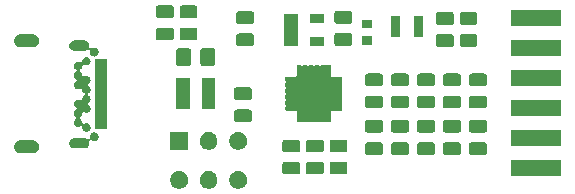
<source format=gbr>
G04 #@! TF.GenerationSoftware,KiCad,Pcbnew,(5.1.6)-1*
G04 #@! TF.CreationDate,2020-07-22T20:18:03-04:00*
G04 #@! TF.ProjectId,eflashy32,65666c61-7368-4793-9332-2e6b69636164,rev?*
G04 #@! TF.SameCoordinates,Original*
G04 #@! TF.FileFunction,Soldermask,Top*
G04 #@! TF.FilePolarity,Negative*
%FSLAX46Y46*%
G04 Gerber Fmt 4.6, Leading zero omitted, Abs format (unit mm)*
G04 Created by KiCad (PCBNEW (5.1.6)-1) date 2020-07-22 20:18:03*
%MOMM*%
%LPD*%
G01*
G04 APERTURE LIST*
%ADD10C,0.100000*%
G04 APERTURE END LIST*
D10*
G36*
X123114000Y-35806000D02*
G01*
X123114000Y-34434000D01*
X126396000Y-34434000D01*
X126396000Y-35806000D01*
X123114000Y-35806000D01*
G37*
G36*
X123114000Y-38346000D02*
G01*
X123114000Y-36974000D01*
X126396000Y-36974000D01*
X126396000Y-38346000D01*
X123114000Y-38346000D01*
G37*
G36*
X123114000Y-33266000D02*
G01*
X123114000Y-31894000D01*
X126396000Y-31894000D01*
X126396000Y-33266000D01*
X123114000Y-33266000D01*
G37*
G36*
X123114000Y-45966000D02*
G01*
X123114000Y-44594000D01*
X126396000Y-44594000D01*
X126396000Y-45966000D01*
X123114000Y-45966000D01*
G37*
G36*
X123114000Y-43426000D02*
G01*
X123114000Y-42054000D01*
X126396000Y-42054000D01*
X126396000Y-43426000D01*
X123114000Y-43426000D01*
G37*
G36*
X123114000Y-40886000D02*
G01*
X123114000Y-39514000D01*
X126396000Y-39514000D01*
X126396000Y-40886000D01*
X123114000Y-40886000D01*
G37*
G36*
X94773999Y-45558052D02*
G01*
X94910639Y-45614650D01*
X95033605Y-45696813D01*
X95138187Y-45801395D01*
X95220350Y-45924361D01*
X95276948Y-46061001D01*
X95305800Y-46206051D01*
X95305800Y-46353949D01*
X95276948Y-46498999D01*
X95220350Y-46635639D01*
X95138187Y-46758605D01*
X95033605Y-46863187D01*
X94910639Y-46945350D01*
X94773999Y-47001948D01*
X94628949Y-47030800D01*
X94481051Y-47030800D01*
X94336001Y-47001948D01*
X94199361Y-46945350D01*
X94076395Y-46863187D01*
X93971813Y-46758605D01*
X93889650Y-46635639D01*
X93833052Y-46498999D01*
X93804200Y-46353949D01*
X93804200Y-46206051D01*
X93833052Y-46061001D01*
X93889650Y-45924361D01*
X93971813Y-45801395D01*
X94076395Y-45696813D01*
X94199361Y-45614650D01*
X94336001Y-45558052D01*
X94481051Y-45529200D01*
X94628949Y-45529200D01*
X94773999Y-45558052D01*
G37*
G36*
X99773999Y-45558052D02*
G01*
X99910639Y-45614650D01*
X100033605Y-45696813D01*
X100138187Y-45801395D01*
X100220350Y-45924361D01*
X100276948Y-46061001D01*
X100305800Y-46206051D01*
X100305800Y-46353949D01*
X100276948Y-46498999D01*
X100220350Y-46635639D01*
X100138187Y-46758605D01*
X100033605Y-46863187D01*
X99910639Y-46945350D01*
X99773999Y-47001948D01*
X99628949Y-47030800D01*
X99481051Y-47030800D01*
X99336001Y-47001948D01*
X99199361Y-46945350D01*
X99076395Y-46863187D01*
X98971813Y-46758605D01*
X98889650Y-46635639D01*
X98833052Y-46498999D01*
X98804200Y-46353949D01*
X98804200Y-46206051D01*
X98833052Y-46061001D01*
X98889650Y-45924361D01*
X98971813Y-45801395D01*
X99076395Y-45696813D01*
X99199361Y-45614650D01*
X99336001Y-45558052D01*
X99481051Y-45529200D01*
X99628949Y-45529200D01*
X99773999Y-45558052D01*
G37*
G36*
X97273999Y-45558052D02*
G01*
X97410639Y-45614650D01*
X97533605Y-45696813D01*
X97638187Y-45801395D01*
X97720350Y-45924361D01*
X97776948Y-46061001D01*
X97805800Y-46206051D01*
X97805800Y-46353949D01*
X97776948Y-46498999D01*
X97720350Y-46635639D01*
X97638187Y-46758605D01*
X97533605Y-46863187D01*
X97410639Y-46945350D01*
X97273999Y-47001948D01*
X97128949Y-47030800D01*
X96981051Y-47030800D01*
X96836001Y-47001948D01*
X96699361Y-46945350D01*
X96576395Y-46863187D01*
X96471813Y-46758605D01*
X96389650Y-46635639D01*
X96333052Y-46498999D01*
X96304200Y-46353949D01*
X96304200Y-46206051D01*
X96333052Y-46061001D01*
X96389650Y-45924361D01*
X96471813Y-45801395D01*
X96576395Y-45696813D01*
X96699361Y-45614650D01*
X96836001Y-45558052D01*
X96981051Y-45529200D01*
X97128949Y-45529200D01*
X97273999Y-45558052D01*
G37*
G36*
X126895800Y-45965800D02*
G01*
X122614200Y-45965800D01*
X122614200Y-44594200D01*
X126895800Y-44594200D01*
X126895800Y-45965800D01*
G37*
G36*
X104639348Y-44746264D02*
G01*
X104678000Y-44757989D01*
X104713623Y-44777030D01*
X104744846Y-44802654D01*
X104770470Y-44833877D01*
X104789511Y-44869500D01*
X104801236Y-44908152D01*
X104805800Y-44954491D01*
X104805800Y-45605509D01*
X104801236Y-45651848D01*
X104789511Y-45690500D01*
X104770470Y-45726123D01*
X104744846Y-45757346D01*
X104713623Y-45782970D01*
X104678000Y-45802011D01*
X104639348Y-45813736D01*
X104593009Y-45818300D01*
X103516991Y-45818300D01*
X103470652Y-45813736D01*
X103432000Y-45802011D01*
X103396377Y-45782970D01*
X103365154Y-45757346D01*
X103339530Y-45726123D01*
X103320489Y-45690500D01*
X103308764Y-45651848D01*
X103304200Y-45605509D01*
X103304200Y-44954491D01*
X103308764Y-44908152D01*
X103320489Y-44869500D01*
X103339530Y-44833877D01*
X103365154Y-44802654D01*
X103396377Y-44777030D01*
X103432000Y-44757989D01*
X103470652Y-44746264D01*
X103516991Y-44741700D01*
X104593009Y-44741700D01*
X104639348Y-44746264D01*
G37*
G36*
X106639348Y-44746264D02*
G01*
X106678000Y-44757989D01*
X106713623Y-44777030D01*
X106744846Y-44802654D01*
X106770470Y-44833877D01*
X106789511Y-44869500D01*
X106801236Y-44908152D01*
X106805800Y-44954491D01*
X106805800Y-45605509D01*
X106801236Y-45651848D01*
X106789511Y-45690500D01*
X106770470Y-45726123D01*
X106744846Y-45757346D01*
X106713623Y-45782970D01*
X106678000Y-45802011D01*
X106639348Y-45813736D01*
X106593009Y-45818300D01*
X105516991Y-45818300D01*
X105470652Y-45813736D01*
X105432000Y-45802011D01*
X105396377Y-45782970D01*
X105365154Y-45757346D01*
X105339530Y-45726123D01*
X105320489Y-45690500D01*
X105308764Y-45651848D01*
X105304200Y-45605509D01*
X105304200Y-44954491D01*
X105308764Y-44908152D01*
X105320489Y-44869500D01*
X105339530Y-44833877D01*
X105365154Y-44802654D01*
X105396377Y-44777030D01*
X105432000Y-44757989D01*
X105470652Y-44746264D01*
X105516991Y-44741700D01*
X106593009Y-44741700D01*
X106639348Y-44746264D01*
G37*
G36*
X108639348Y-44746264D02*
G01*
X108678000Y-44757989D01*
X108713623Y-44777030D01*
X108744846Y-44802654D01*
X108770470Y-44833877D01*
X108789511Y-44869500D01*
X108801236Y-44908152D01*
X108805800Y-44954491D01*
X108805800Y-45605509D01*
X108801236Y-45651848D01*
X108789511Y-45690500D01*
X108770470Y-45726123D01*
X108744846Y-45757346D01*
X108713623Y-45782970D01*
X108678000Y-45802011D01*
X108639348Y-45813736D01*
X108593009Y-45818300D01*
X107516991Y-45818300D01*
X107470652Y-45813736D01*
X107432000Y-45802011D01*
X107396377Y-45782970D01*
X107365154Y-45757346D01*
X107339530Y-45726123D01*
X107320489Y-45690500D01*
X107308764Y-45651848D01*
X107304200Y-45605509D01*
X107304200Y-44954491D01*
X107308764Y-44908152D01*
X107320489Y-44869500D01*
X107339530Y-44833877D01*
X107365154Y-44802654D01*
X107396377Y-44777030D01*
X107432000Y-44757989D01*
X107470652Y-44746264D01*
X107516991Y-44741700D01*
X108593009Y-44741700D01*
X108639348Y-44746264D01*
G37*
G36*
X113839348Y-43083764D02*
G01*
X113878000Y-43095489D01*
X113913623Y-43114530D01*
X113944846Y-43140154D01*
X113970470Y-43171377D01*
X113989511Y-43207000D01*
X114001236Y-43245652D01*
X114005800Y-43291991D01*
X114005800Y-43943009D01*
X114001236Y-43989348D01*
X113989511Y-44028000D01*
X113970470Y-44063623D01*
X113944846Y-44094846D01*
X113913623Y-44120470D01*
X113878000Y-44139511D01*
X113839348Y-44151236D01*
X113793009Y-44155800D01*
X112716991Y-44155800D01*
X112670652Y-44151236D01*
X112632000Y-44139511D01*
X112596377Y-44120470D01*
X112565154Y-44094846D01*
X112539530Y-44063623D01*
X112520489Y-44028000D01*
X112508764Y-43989348D01*
X112504200Y-43943009D01*
X112504200Y-43291991D01*
X112508764Y-43245652D01*
X112520489Y-43207000D01*
X112539530Y-43171377D01*
X112565154Y-43140154D01*
X112596377Y-43114530D01*
X112632000Y-43095489D01*
X112670652Y-43083764D01*
X112716991Y-43079200D01*
X113793009Y-43079200D01*
X113839348Y-43083764D01*
G37*
G36*
X116039348Y-43083764D02*
G01*
X116078000Y-43095489D01*
X116113623Y-43114530D01*
X116144846Y-43140154D01*
X116170470Y-43171377D01*
X116189511Y-43207000D01*
X116201236Y-43245652D01*
X116205800Y-43291991D01*
X116205800Y-43943009D01*
X116201236Y-43989348D01*
X116189511Y-44028000D01*
X116170470Y-44063623D01*
X116144846Y-44094846D01*
X116113623Y-44120470D01*
X116078000Y-44139511D01*
X116039348Y-44151236D01*
X115993009Y-44155800D01*
X114916991Y-44155800D01*
X114870652Y-44151236D01*
X114832000Y-44139511D01*
X114796377Y-44120470D01*
X114765154Y-44094846D01*
X114739530Y-44063623D01*
X114720489Y-44028000D01*
X114708764Y-43989348D01*
X114704200Y-43943009D01*
X114704200Y-43291991D01*
X114708764Y-43245652D01*
X114720489Y-43207000D01*
X114739530Y-43171377D01*
X114765154Y-43140154D01*
X114796377Y-43114530D01*
X114832000Y-43095489D01*
X114870652Y-43083764D01*
X114916991Y-43079200D01*
X115993009Y-43079200D01*
X116039348Y-43083764D01*
G37*
G36*
X120439348Y-43083764D02*
G01*
X120478000Y-43095489D01*
X120513623Y-43114530D01*
X120544846Y-43140154D01*
X120570470Y-43171377D01*
X120589511Y-43207000D01*
X120601236Y-43245652D01*
X120605800Y-43291991D01*
X120605800Y-43943009D01*
X120601236Y-43989348D01*
X120589511Y-44028000D01*
X120570470Y-44063623D01*
X120544846Y-44094846D01*
X120513623Y-44120470D01*
X120478000Y-44139511D01*
X120439348Y-44151236D01*
X120393009Y-44155800D01*
X119316991Y-44155800D01*
X119270652Y-44151236D01*
X119232000Y-44139511D01*
X119196377Y-44120470D01*
X119165154Y-44094846D01*
X119139530Y-44063623D01*
X119120489Y-44028000D01*
X119108764Y-43989348D01*
X119104200Y-43943009D01*
X119104200Y-43291991D01*
X119108764Y-43245652D01*
X119120489Y-43207000D01*
X119139530Y-43171377D01*
X119165154Y-43140154D01*
X119196377Y-43114530D01*
X119232000Y-43095489D01*
X119270652Y-43083764D01*
X119316991Y-43079200D01*
X120393009Y-43079200D01*
X120439348Y-43083764D01*
G37*
G36*
X111639348Y-43083764D02*
G01*
X111678000Y-43095489D01*
X111713623Y-43114530D01*
X111744846Y-43140154D01*
X111770470Y-43171377D01*
X111789511Y-43207000D01*
X111801236Y-43245652D01*
X111805800Y-43291991D01*
X111805800Y-43943009D01*
X111801236Y-43989348D01*
X111789511Y-44028000D01*
X111770470Y-44063623D01*
X111744846Y-44094846D01*
X111713623Y-44120470D01*
X111678000Y-44139511D01*
X111639348Y-44151236D01*
X111593009Y-44155800D01*
X110516991Y-44155800D01*
X110470652Y-44151236D01*
X110432000Y-44139511D01*
X110396377Y-44120470D01*
X110365154Y-44094846D01*
X110339530Y-44063623D01*
X110320489Y-44028000D01*
X110308764Y-43989348D01*
X110304200Y-43943009D01*
X110304200Y-43291991D01*
X110308764Y-43245652D01*
X110320489Y-43207000D01*
X110339530Y-43171377D01*
X110365154Y-43140154D01*
X110396377Y-43114530D01*
X110432000Y-43095489D01*
X110470652Y-43083764D01*
X110516991Y-43079200D01*
X111593009Y-43079200D01*
X111639348Y-43083764D01*
G37*
G36*
X118239348Y-43083764D02*
G01*
X118278000Y-43095489D01*
X118313623Y-43114530D01*
X118344846Y-43140154D01*
X118370470Y-43171377D01*
X118389511Y-43207000D01*
X118401236Y-43245652D01*
X118405800Y-43291991D01*
X118405800Y-43943009D01*
X118401236Y-43989348D01*
X118389511Y-44028000D01*
X118370470Y-44063623D01*
X118344846Y-44094846D01*
X118313623Y-44120470D01*
X118278000Y-44139511D01*
X118239348Y-44151236D01*
X118193009Y-44155800D01*
X117116991Y-44155800D01*
X117070652Y-44151236D01*
X117032000Y-44139511D01*
X116996377Y-44120470D01*
X116965154Y-44094846D01*
X116939530Y-44063623D01*
X116920489Y-44028000D01*
X116908764Y-43989348D01*
X116904200Y-43943009D01*
X116904200Y-43291991D01*
X116908764Y-43245652D01*
X116920489Y-43207000D01*
X116939530Y-43171377D01*
X116965154Y-43140154D01*
X116996377Y-43114530D01*
X117032000Y-43095489D01*
X117070652Y-43083764D01*
X117116991Y-43079200D01*
X118193009Y-43079200D01*
X118239348Y-43083764D01*
G37*
G36*
X82262976Y-42927170D02*
G01*
X82366802Y-42958665D01*
X82462489Y-43009811D01*
X82546359Y-43078641D01*
X82615189Y-43162511D01*
X82666335Y-43258198D01*
X82697830Y-43362024D01*
X82708465Y-43470000D01*
X82697830Y-43577976D01*
X82666335Y-43681802D01*
X82615189Y-43777489D01*
X82546359Y-43861359D01*
X82462489Y-43930189D01*
X82366802Y-43981335D01*
X82262976Y-44012830D01*
X82182057Y-44020800D01*
X81127943Y-44020800D01*
X81047024Y-44012830D01*
X80943198Y-43981335D01*
X80847511Y-43930189D01*
X80763641Y-43861359D01*
X80694811Y-43777489D01*
X80643665Y-43681802D01*
X80612170Y-43577976D01*
X80601535Y-43470000D01*
X80612170Y-43362024D01*
X80643665Y-43258198D01*
X80694811Y-43162511D01*
X80763641Y-43078641D01*
X80847511Y-43009811D01*
X80943198Y-42958665D01*
X81047024Y-42927170D01*
X81127943Y-42919200D01*
X82182057Y-42919200D01*
X82262976Y-42927170D01*
G37*
G36*
X108639348Y-42871264D02*
G01*
X108678000Y-42882989D01*
X108713623Y-42902030D01*
X108744846Y-42927654D01*
X108770470Y-42958877D01*
X108789511Y-42994500D01*
X108801236Y-43033152D01*
X108805800Y-43079491D01*
X108805800Y-43730509D01*
X108801236Y-43776848D01*
X108789511Y-43815500D01*
X108770470Y-43851123D01*
X108744846Y-43882346D01*
X108713623Y-43907970D01*
X108678000Y-43927011D01*
X108639348Y-43938736D01*
X108593009Y-43943300D01*
X107516991Y-43943300D01*
X107470652Y-43938736D01*
X107432000Y-43927011D01*
X107396377Y-43907970D01*
X107365154Y-43882346D01*
X107339530Y-43851123D01*
X107320489Y-43815500D01*
X107308764Y-43776848D01*
X107304200Y-43730509D01*
X107304200Y-43079491D01*
X107308764Y-43033152D01*
X107320489Y-42994500D01*
X107339530Y-42958877D01*
X107365154Y-42927654D01*
X107396377Y-42902030D01*
X107432000Y-42882989D01*
X107470652Y-42871264D01*
X107516991Y-42866700D01*
X108593009Y-42866700D01*
X108639348Y-42871264D01*
G37*
G36*
X104639348Y-42871264D02*
G01*
X104678000Y-42882989D01*
X104713623Y-42902030D01*
X104744846Y-42927654D01*
X104770470Y-42958877D01*
X104789511Y-42994500D01*
X104801236Y-43033152D01*
X104805800Y-43079491D01*
X104805800Y-43730509D01*
X104801236Y-43776848D01*
X104789511Y-43815500D01*
X104770470Y-43851123D01*
X104744846Y-43882346D01*
X104713623Y-43907970D01*
X104678000Y-43927011D01*
X104639348Y-43938736D01*
X104593009Y-43943300D01*
X103516991Y-43943300D01*
X103470652Y-43938736D01*
X103432000Y-43927011D01*
X103396377Y-43907970D01*
X103365154Y-43882346D01*
X103339530Y-43851123D01*
X103320489Y-43815500D01*
X103308764Y-43776848D01*
X103304200Y-43730509D01*
X103304200Y-43079491D01*
X103308764Y-43033152D01*
X103320489Y-42994500D01*
X103339530Y-42958877D01*
X103365154Y-42927654D01*
X103396377Y-42902030D01*
X103432000Y-42882989D01*
X103470652Y-42871264D01*
X103516991Y-42866700D01*
X104593009Y-42866700D01*
X104639348Y-42871264D01*
G37*
G36*
X106639348Y-42871264D02*
G01*
X106678000Y-42882989D01*
X106713623Y-42902030D01*
X106744846Y-42927654D01*
X106770470Y-42958877D01*
X106789511Y-42994500D01*
X106801236Y-43033152D01*
X106805800Y-43079491D01*
X106805800Y-43730509D01*
X106801236Y-43776848D01*
X106789511Y-43815500D01*
X106770470Y-43851123D01*
X106744846Y-43882346D01*
X106713623Y-43907970D01*
X106678000Y-43927011D01*
X106639348Y-43938736D01*
X106593009Y-43943300D01*
X105516991Y-43943300D01*
X105470652Y-43938736D01*
X105432000Y-43927011D01*
X105396377Y-43907970D01*
X105365154Y-43882346D01*
X105339530Y-43851123D01*
X105320489Y-43815500D01*
X105308764Y-43776848D01*
X105304200Y-43730509D01*
X105304200Y-43079491D01*
X105308764Y-43033152D01*
X105320489Y-42994500D01*
X105339530Y-42958877D01*
X105365154Y-42927654D01*
X105396377Y-42902030D01*
X105432000Y-42882989D01*
X105470652Y-42871264D01*
X105516991Y-42866700D01*
X106593009Y-42866700D01*
X106639348Y-42871264D01*
G37*
G36*
X99773999Y-42258052D02*
G01*
X99910639Y-42314650D01*
X100033605Y-42396813D01*
X100138187Y-42501395D01*
X100220350Y-42624361D01*
X100276948Y-42761001D01*
X100305800Y-42906051D01*
X100305800Y-43053949D01*
X100276948Y-43198999D01*
X100220350Y-43335639D01*
X100138187Y-43458605D01*
X100033605Y-43563187D01*
X99910639Y-43645350D01*
X99773999Y-43701948D01*
X99628949Y-43730800D01*
X99481051Y-43730800D01*
X99336001Y-43701948D01*
X99199361Y-43645350D01*
X99076395Y-43563187D01*
X98971813Y-43458605D01*
X98889650Y-43335639D01*
X98833052Y-43198999D01*
X98804200Y-43053949D01*
X98804200Y-42906051D01*
X98833052Y-42761001D01*
X98889650Y-42624361D01*
X98971813Y-42501395D01*
X99076395Y-42396813D01*
X99199361Y-42314650D01*
X99336001Y-42258052D01*
X99481051Y-42229200D01*
X99628949Y-42229200D01*
X99773999Y-42258052D01*
G37*
G36*
X95305800Y-43730800D02*
G01*
X93804200Y-43730800D01*
X93804200Y-42229200D01*
X95305800Y-42229200D01*
X95305800Y-43730800D01*
G37*
G36*
X97273999Y-42258052D02*
G01*
X97410639Y-42314650D01*
X97533605Y-42396813D01*
X97638187Y-42501395D01*
X97720350Y-42624361D01*
X97776948Y-42761001D01*
X97805800Y-42906051D01*
X97805800Y-43053949D01*
X97776948Y-43198999D01*
X97720350Y-43335639D01*
X97638187Y-43458605D01*
X97533605Y-43563187D01*
X97410639Y-43645350D01*
X97273999Y-43701948D01*
X97128949Y-43730800D01*
X96981051Y-43730800D01*
X96836001Y-43701948D01*
X96699361Y-43645350D01*
X96576395Y-43563187D01*
X96471813Y-43458605D01*
X96389650Y-43335639D01*
X96333052Y-43198999D01*
X96304200Y-43053949D01*
X96304200Y-42906051D01*
X96333052Y-42761001D01*
X96389650Y-42624361D01*
X96471813Y-42501395D01*
X96576395Y-42396813D01*
X96699361Y-42314650D01*
X96836001Y-42258052D01*
X96981051Y-42229200D01*
X97128949Y-42229200D01*
X97273999Y-42258052D01*
G37*
G36*
X87443849Y-42264511D02*
G01*
X87464617Y-42268642D01*
X87533009Y-42296971D01*
X87594556Y-42338095D01*
X87646905Y-42390444D01*
X87688029Y-42451991D01*
X87716358Y-42520383D01*
X87730800Y-42592988D01*
X87730800Y-42667012D01*
X87716358Y-42739617D01*
X87688029Y-42808009D01*
X87646905Y-42869556D01*
X87594556Y-42921905D01*
X87533009Y-42963029D01*
X87475985Y-42986649D01*
X87464617Y-42991358D01*
X87392013Y-43005800D01*
X87317987Y-43005800D01*
X87245383Y-42991358D01*
X87234015Y-42986649D01*
X87176991Y-42963029D01*
X87140542Y-42938675D01*
X87118931Y-42927124D01*
X87095482Y-42920011D01*
X87071096Y-42917610D01*
X87046710Y-42920012D01*
X87023261Y-42927126D01*
X87001651Y-42938677D01*
X86982709Y-42954223D01*
X86967164Y-42973165D01*
X86955613Y-42994776D01*
X86948500Y-43018225D01*
X86946099Y-43042611D01*
X86948501Y-43066997D01*
X86949029Y-43069106D01*
X86957981Y-43160000D01*
X86949278Y-43248370D01*
X86923499Y-43333351D01*
X86881641Y-43411662D01*
X86825306Y-43480306D01*
X86756662Y-43536641D01*
X86678351Y-43578499D01*
X86593370Y-43604278D01*
X86527148Y-43610800D01*
X85682852Y-43610800D01*
X85616630Y-43604278D01*
X85531649Y-43578499D01*
X85453338Y-43536641D01*
X85384694Y-43480306D01*
X85328359Y-43411662D01*
X85286501Y-43333351D01*
X85260722Y-43248370D01*
X85252019Y-43160000D01*
X85260722Y-43071630D01*
X85284119Y-42994500D01*
X85286500Y-42986652D01*
X85286501Y-42986649D01*
X85328359Y-42908338D01*
X85384694Y-42839694D01*
X85453338Y-42783359D01*
X85531649Y-42741501D01*
X85537860Y-42739617D01*
X85547469Y-42736702D01*
X85616630Y-42715722D01*
X85682852Y-42709200D01*
X86527148Y-42709200D01*
X86593370Y-42715722D01*
X86662531Y-42736702D01*
X86672141Y-42739617D01*
X86678351Y-42741501D01*
X86756662Y-42783359D01*
X86780222Y-42802694D01*
X86800596Y-42816308D01*
X86823235Y-42825685D01*
X86847268Y-42830466D01*
X86871773Y-42830466D01*
X86895806Y-42825686D01*
X86918445Y-42816309D01*
X86938819Y-42802695D01*
X86956146Y-42785368D01*
X86969760Y-42764994D01*
X86979137Y-42742355D01*
X86983918Y-42718322D01*
X86983918Y-42693817D01*
X86982118Y-42681683D01*
X86979200Y-42667013D01*
X86979200Y-42592988D01*
X86993642Y-42520383D01*
X87021971Y-42451991D01*
X87063095Y-42390444D01*
X87115444Y-42338095D01*
X87176991Y-42296971D01*
X87245383Y-42268642D01*
X87266151Y-42264511D01*
X87317987Y-42254200D01*
X87392013Y-42254200D01*
X87443849Y-42264511D01*
G37*
G36*
X126895800Y-43425800D02*
G01*
X122614200Y-43425800D01*
X122614200Y-42054200D01*
X126895800Y-42054200D01*
X126895800Y-43425800D01*
G37*
G36*
X113839348Y-41208764D02*
G01*
X113878000Y-41220489D01*
X113913623Y-41239530D01*
X113944846Y-41265154D01*
X113970470Y-41296377D01*
X113989511Y-41332000D01*
X114001236Y-41370652D01*
X114005800Y-41416991D01*
X114005800Y-42068009D01*
X114001236Y-42114348D01*
X113989511Y-42153000D01*
X113970470Y-42188623D01*
X113944846Y-42219846D01*
X113913623Y-42245470D01*
X113878000Y-42264511D01*
X113839348Y-42276236D01*
X113793009Y-42280800D01*
X112716991Y-42280800D01*
X112670652Y-42276236D01*
X112632000Y-42264511D01*
X112596377Y-42245470D01*
X112565154Y-42219846D01*
X112539530Y-42188623D01*
X112520489Y-42153000D01*
X112508764Y-42114348D01*
X112504200Y-42068009D01*
X112504200Y-41416991D01*
X112508764Y-41370652D01*
X112520489Y-41332000D01*
X112539530Y-41296377D01*
X112565154Y-41265154D01*
X112596377Y-41239530D01*
X112632000Y-41220489D01*
X112670652Y-41208764D01*
X112716991Y-41204200D01*
X113793009Y-41204200D01*
X113839348Y-41208764D01*
G37*
G36*
X120439348Y-41208764D02*
G01*
X120478000Y-41220489D01*
X120513623Y-41239530D01*
X120544846Y-41265154D01*
X120570470Y-41296377D01*
X120589511Y-41332000D01*
X120601236Y-41370652D01*
X120605800Y-41416991D01*
X120605800Y-42068009D01*
X120601236Y-42114348D01*
X120589511Y-42153000D01*
X120570470Y-42188623D01*
X120544846Y-42219846D01*
X120513623Y-42245470D01*
X120478000Y-42264511D01*
X120439348Y-42276236D01*
X120393009Y-42280800D01*
X119316991Y-42280800D01*
X119270652Y-42276236D01*
X119232000Y-42264511D01*
X119196377Y-42245470D01*
X119165154Y-42219846D01*
X119139530Y-42188623D01*
X119120489Y-42153000D01*
X119108764Y-42114348D01*
X119104200Y-42068009D01*
X119104200Y-41416991D01*
X119108764Y-41370652D01*
X119120489Y-41332000D01*
X119139530Y-41296377D01*
X119165154Y-41265154D01*
X119196377Y-41239530D01*
X119232000Y-41220489D01*
X119270652Y-41208764D01*
X119316991Y-41204200D01*
X120393009Y-41204200D01*
X120439348Y-41208764D01*
G37*
G36*
X111639348Y-41208764D02*
G01*
X111678000Y-41220489D01*
X111713623Y-41239530D01*
X111744846Y-41265154D01*
X111770470Y-41296377D01*
X111789511Y-41332000D01*
X111801236Y-41370652D01*
X111805800Y-41416991D01*
X111805800Y-42068009D01*
X111801236Y-42114348D01*
X111789511Y-42153000D01*
X111770470Y-42188623D01*
X111744846Y-42219846D01*
X111713623Y-42245470D01*
X111678000Y-42264511D01*
X111639348Y-42276236D01*
X111593009Y-42280800D01*
X110516991Y-42280800D01*
X110470652Y-42276236D01*
X110432000Y-42264511D01*
X110396377Y-42245470D01*
X110365154Y-42219846D01*
X110339530Y-42188623D01*
X110320489Y-42153000D01*
X110308764Y-42114348D01*
X110304200Y-42068009D01*
X110304200Y-41416991D01*
X110308764Y-41370652D01*
X110320489Y-41332000D01*
X110339530Y-41296377D01*
X110365154Y-41265154D01*
X110396377Y-41239530D01*
X110432000Y-41220489D01*
X110470652Y-41208764D01*
X110516991Y-41204200D01*
X111593009Y-41204200D01*
X111639348Y-41208764D01*
G37*
G36*
X116039348Y-41208764D02*
G01*
X116078000Y-41220489D01*
X116113623Y-41239530D01*
X116144846Y-41265154D01*
X116170470Y-41296377D01*
X116189511Y-41332000D01*
X116201236Y-41370652D01*
X116205800Y-41416991D01*
X116205800Y-42068009D01*
X116201236Y-42114348D01*
X116189511Y-42153000D01*
X116170470Y-42188623D01*
X116144846Y-42219846D01*
X116113623Y-42245470D01*
X116078000Y-42264511D01*
X116039348Y-42276236D01*
X115993009Y-42280800D01*
X114916991Y-42280800D01*
X114870652Y-42276236D01*
X114832000Y-42264511D01*
X114796377Y-42245470D01*
X114765154Y-42219846D01*
X114739530Y-42188623D01*
X114720489Y-42153000D01*
X114708764Y-42114348D01*
X114704200Y-42068009D01*
X114704200Y-41416991D01*
X114708764Y-41370652D01*
X114720489Y-41332000D01*
X114739530Y-41296377D01*
X114765154Y-41265154D01*
X114796377Y-41239530D01*
X114832000Y-41220489D01*
X114870652Y-41208764D01*
X114916991Y-41204200D01*
X115993009Y-41204200D01*
X116039348Y-41208764D01*
G37*
G36*
X118239348Y-41208764D02*
G01*
X118278000Y-41220489D01*
X118313623Y-41239530D01*
X118344846Y-41265154D01*
X118370470Y-41296377D01*
X118389511Y-41332000D01*
X118401236Y-41370652D01*
X118405800Y-41416991D01*
X118405800Y-42068009D01*
X118401236Y-42114348D01*
X118389511Y-42153000D01*
X118370470Y-42188623D01*
X118344846Y-42219846D01*
X118313623Y-42245470D01*
X118278000Y-42264511D01*
X118239348Y-42276236D01*
X118193009Y-42280800D01*
X117116991Y-42280800D01*
X117070652Y-42276236D01*
X117032000Y-42264511D01*
X116996377Y-42245470D01*
X116965154Y-42219846D01*
X116939530Y-42188623D01*
X116920489Y-42153000D01*
X116908764Y-42114348D01*
X116904200Y-42068009D01*
X116904200Y-41416991D01*
X116908764Y-41370652D01*
X116920489Y-41332000D01*
X116939530Y-41296377D01*
X116965154Y-41265154D01*
X116996377Y-41239530D01*
X117032000Y-41220489D01*
X117070652Y-41208764D01*
X117116991Y-41204200D01*
X118193009Y-41204200D01*
X118239348Y-41208764D01*
G37*
G36*
X86807324Y-35892681D02*
G01*
X86871166Y-35919125D01*
X86928622Y-35957516D01*
X86977484Y-36006378D01*
X87015875Y-36063834D01*
X87042319Y-36127676D01*
X87055800Y-36195449D01*
X87055800Y-36264551D01*
X87042319Y-36332324D01*
X87015875Y-36396166D01*
X86977484Y-36453622D01*
X86928622Y-36502484D01*
X86871166Y-36540875D01*
X86807324Y-36567319D01*
X86739551Y-36580800D01*
X86670449Y-36580800D01*
X86602676Y-36567319D01*
X86538834Y-36540875D01*
X86538829Y-36540871D01*
X86528635Y-36536649D01*
X86505186Y-36529536D01*
X86480800Y-36527134D01*
X86456414Y-36529536D01*
X86432965Y-36536649D01*
X86411354Y-36548200D01*
X86392412Y-36563745D01*
X86376867Y-36582687D01*
X86365315Y-36604297D01*
X86358202Y-36627746D01*
X86355800Y-36652133D01*
X86355800Y-36664551D01*
X86342319Y-36732324D01*
X86315875Y-36796166D01*
X86277484Y-36853622D01*
X86228622Y-36902484D01*
X86193324Y-36926069D01*
X86174385Y-36941612D01*
X86158840Y-36960553D01*
X86147288Y-36982164D01*
X86140175Y-37005613D01*
X86137773Y-37029999D01*
X86140175Y-37054385D01*
X86147288Y-37077834D01*
X86158839Y-37099445D01*
X86174384Y-37118387D01*
X86193324Y-37133931D01*
X86228622Y-37157516D01*
X86277484Y-37206378D01*
X86315875Y-37263834D01*
X86319204Y-37271872D01*
X86342319Y-37327676D01*
X86355800Y-37395450D01*
X86355800Y-37407867D01*
X86358202Y-37432253D01*
X86365315Y-37455702D01*
X86376866Y-37477313D01*
X86392411Y-37496255D01*
X86411353Y-37511800D01*
X86432964Y-37523351D01*
X86456413Y-37530464D01*
X86480799Y-37532866D01*
X86505185Y-37530464D01*
X86528635Y-37523351D01*
X86538829Y-37519129D01*
X86538834Y-37519125D01*
X86602676Y-37492681D01*
X86670449Y-37479200D01*
X86739551Y-37479200D01*
X86807324Y-37492681D01*
X86871166Y-37519125D01*
X86928622Y-37557516D01*
X86977484Y-37606378D01*
X87015875Y-37663834D01*
X87042319Y-37727676D01*
X87055800Y-37795449D01*
X87055800Y-37864551D01*
X87042319Y-37932324D01*
X87015875Y-37996166D01*
X86977484Y-38053622D01*
X86928622Y-38102484D01*
X86893324Y-38126069D01*
X86874385Y-38141612D01*
X86858840Y-38160553D01*
X86847288Y-38182164D01*
X86840175Y-38205613D01*
X86837773Y-38229999D01*
X86840175Y-38254385D01*
X86847288Y-38277834D01*
X86858839Y-38299445D01*
X86874384Y-38318387D01*
X86893324Y-38333931D01*
X86928622Y-38357516D01*
X86977484Y-38406378D01*
X87015875Y-38463834D01*
X87042319Y-38527676D01*
X87055800Y-38595449D01*
X87055800Y-38664551D01*
X87042319Y-38732324D01*
X87015875Y-38796166D01*
X86977484Y-38853622D01*
X86928622Y-38902484D01*
X86893324Y-38926069D01*
X86874385Y-38941612D01*
X86858840Y-38960553D01*
X86847288Y-38982164D01*
X86840175Y-39005613D01*
X86837773Y-39029999D01*
X86840175Y-39054385D01*
X86847288Y-39077834D01*
X86858839Y-39099445D01*
X86874384Y-39118387D01*
X86893324Y-39133931D01*
X86928622Y-39157516D01*
X86977484Y-39206378D01*
X87015875Y-39263834D01*
X87042319Y-39327676D01*
X87055800Y-39395449D01*
X87055800Y-39464551D01*
X87042319Y-39532324D01*
X87015875Y-39596166D01*
X86977484Y-39653622D01*
X86928622Y-39702484D01*
X86893324Y-39726069D01*
X86874385Y-39741612D01*
X86858840Y-39760553D01*
X86847288Y-39782164D01*
X86840175Y-39805613D01*
X86837773Y-39829999D01*
X86840175Y-39854385D01*
X86847288Y-39877834D01*
X86858839Y-39899445D01*
X86874384Y-39918387D01*
X86893324Y-39933931D01*
X86928622Y-39957516D01*
X86977484Y-40006378D01*
X87015875Y-40063834D01*
X87042319Y-40127676D01*
X87055800Y-40195449D01*
X87055800Y-40264551D01*
X87042319Y-40332324D01*
X87015875Y-40396166D01*
X86977484Y-40453622D01*
X86928622Y-40502484D01*
X86871166Y-40540875D01*
X86807324Y-40567319D01*
X86739551Y-40580800D01*
X86670449Y-40580800D01*
X86602676Y-40567319D01*
X86538834Y-40540875D01*
X86538829Y-40540871D01*
X86528635Y-40536649D01*
X86505186Y-40529536D01*
X86480800Y-40527134D01*
X86456414Y-40529536D01*
X86432965Y-40536649D01*
X86411354Y-40548200D01*
X86392412Y-40563745D01*
X86376867Y-40582687D01*
X86365315Y-40604297D01*
X86358202Y-40627746D01*
X86355800Y-40652133D01*
X86355800Y-40664551D01*
X86342319Y-40732324D01*
X86315875Y-40796166D01*
X86277484Y-40853622D01*
X86228622Y-40902484D01*
X86193324Y-40926069D01*
X86174385Y-40941612D01*
X86158840Y-40960553D01*
X86147288Y-40982164D01*
X86140175Y-41005613D01*
X86137773Y-41029999D01*
X86140175Y-41054385D01*
X86147288Y-41077834D01*
X86158839Y-41099445D01*
X86174384Y-41118387D01*
X86193324Y-41133931D01*
X86228622Y-41157516D01*
X86277484Y-41206378D01*
X86315875Y-41263834D01*
X86342319Y-41327676D01*
X86355373Y-41393300D01*
X86355800Y-41395450D01*
X86355800Y-41407867D01*
X86358202Y-41432253D01*
X86365315Y-41455702D01*
X86376866Y-41477313D01*
X86392411Y-41496255D01*
X86411353Y-41511800D01*
X86432964Y-41523351D01*
X86456413Y-41530464D01*
X86480799Y-41532866D01*
X86505185Y-41530464D01*
X86528635Y-41523351D01*
X86538829Y-41519129D01*
X86538834Y-41519125D01*
X86602676Y-41492681D01*
X86670449Y-41479200D01*
X86739551Y-41479200D01*
X86807324Y-41492681D01*
X86871166Y-41519125D01*
X86928622Y-41557516D01*
X86977484Y-41606378D01*
X87015875Y-41663834D01*
X87042319Y-41727676D01*
X87055800Y-41795449D01*
X87055800Y-41864551D01*
X87042319Y-41932324D01*
X87015875Y-41996166D01*
X86977484Y-42053622D01*
X86928622Y-42102484D01*
X86871166Y-42140875D01*
X86807324Y-42167319D01*
X86739551Y-42180800D01*
X86670449Y-42180800D01*
X86602676Y-42167319D01*
X86538834Y-42140875D01*
X86481378Y-42102484D01*
X86432516Y-42053622D01*
X86394125Y-41996166D01*
X86367681Y-41932324D01*
X86354200Y-41864551D01*
X86354200Y-41852133D01*
X86351798Y-41827747D01*
X86344685Y-41804298D01*
X86333134Y-41782687D01*
X86317589Y-41763745D01*
X86298647Y-41748200D01*
X86277036Y-41736649D01*
X86253587Y-41729536D01*
X86229201Y-41727134D01*
X86204815Y-41729536D01*
X86181365Y-41736649D01*
X86171171Y-41740871D01*
X86171166Y-41740875D01*
X86107324Y-41767319D01*
X86039551Y-41780800D01*
X85970449Y-41780800D01*
X85902676Y-41767319D01*
X85838834Y-41740875D01*
X85781378Y-41702484D01*
X85732516Y-41653622D01*
X85694125Y-41596166D01*
X85667681Y-41532324D01*
X85654200Y-41464551D01*
X85654200Y-41395449D01*
X85667681Y-41327676D01*
X85694125Y-41263834D01*
X85732516Y-41206378D01*
X85781378Y-41157516D01*
X85816676Y-41133931D01*
X85835615Y-41118388D01*
X85851160Y-41099447D01*
X85862712Y-41077836D01*
X85869825Y-41054387D01*
X85872227Y-41030001D01*
X85869825Y-41005615D01*
X85862712Y-40982166D01*
X85851161Y-40960555D01*
X85835616Y-40941613D01*
X85816676Y-40926069D01*
X85781378Y-40902484D01*
X85732516Y-40853622D01*
X85694125Y-40796166D01*
X85667681Y-40732324D01*
X85654200Y-40664551D01*
X85654200Y-40595449D01*
X85667681Y-40527676D01*
X85694125Y-40463834D01*
X85732516Y-40406378D01*
X85781378Y-40357516D01*
X85816676Y-40333931D01*
X85835615Y-40318388D01*
X85851160Y-40299447D01*
X85862712Y-40277836D01*
X85869825Y-40254387D01*
X85872227Y-40230001D01*
X85869825Y-40205615D01*
X85862712Y-40182166D01*
X85851161Y-40160555D01*
X85835616Y-40141613D01*
X85816676Y-40126069D01*
X85781378Y-40102484D01*
X85732516Y-40053622D01*
X85694125Y-39996166D01*
X85667681Y-39932324D01*
X85654200Y-39864551D01*
X85654200Y-39795449D01*
X85667681Y-39727676D01*
X85694125Y-39663834D01*
X85732516Y-39606378D01*
X85781378Y-39557516D01*
X85838834Y-39519125D01*
X85902676Y-39492681D01*
X85970449Y-39479200D01*
X86039551Y-39479200D01*
X86107324Y-39492681D01*
X86171166Y-39519125D01*
X86171171Y-39519129D01*
X86181365Y-39523351D01*
X86204814Y-39530464D01*
X86229200Y-39532866D01*
X86253586Y-39530464D01*
X86277035Y-39523351D01*
X86298646Y-39511800D01*
X86317588Y-39496255D01*
X86333133Y-39477313D01*
X86344685Y-39455703D01*
X86351798Y-39432254D01*
X86354200Y-39407867D01*
X86354200Y-39395450D01*
X86355185Y-39390500D01*
X86367681Y-39327676D01*
X86394125Y-39263834D01*
X86432516Y-39206378D01*
X86481378Y-39157516D01*
X86516676Y-39133931D01*
X86535615Y-39118388D01*
X86551160Y-39099447D01*
X86562712Y-39077836D01*
X86569825Y-39054387D01*
X86572227Y-39030001D01*
X86569825Y-39005615D01*
X86562712Y-38982166D01*
X86551161Y-38960555D01*
X86535616Y-38941613D01*
X86516676Y-38926069D01*
X86481378Y-38902484D01*
X86432516Y-38853622D01*
X86394125Y-38796166D01*
X86367681Y-38732324D01*
X86354200Y-38664551D01*
X86354200Y-38652133D01*
X86351798Y-38627747D01*
X86344685Y-38604298D01*
X86333134Y-38582687D01*
X86317589Y-38563745D01*
X86298647Y-38548200D01*
X86277036Y-38536649D01*
X86253587Y-38529536D01*
X86229201Y-38527134D01*
X86204815Y-38529536D01*
X86181365Y-38536649D01*
X86171171Y-38540871D01*
X86171166Y-38540875D01*
X86107324Y-38567319D01*
X86039551Y-38580800D01*
X85970449Y-38580800D01*
X85902676Y-38567319D01*
X85838834Y-38540875D01*
X85781378Y-38502484D01*
X85732516Y-38453622D01*
X85694125Y-38396166D01*
X85667681Y-38332324D01*
X85654200Y-38264551D01*
X85654200Y-38195449D01*
X85667681Y-38127676D01*
X85694125Y-38063834D01*
X85732516Y-38006378D01*
X85781378Y-37957516D01*
X85816676Y-37933931D01*
X85835615Y-37918388D01*
X85851160Y-37899447D01*
X85862712Y-37877836D01*
X85869825Y-37854387D01*
X85872227Y-37830001D01*
X85869825Y-37805615D01*
X85862712Y-37782166D01*
X85851161Y-37760555D01*
X85835616Y-37741613D01*
X85816676Y-37726069D01*
X85781378Y-37702484D01*
X85732516Y-37653622D01*
X85694125Y-37596166D01*
X85667681Y-37532324D01*
X85654200Y-37464551D01*
X85654200Y-37395449D01*
X85667681Y-37327676D01*
X85694125Y-37263834D01*
X85732516Y-37206378D01*
X85781378Y-37157516D01*
X85816676Y-37133931D01*
X85835615Y-37118388D01*
X85851160Y-37099447D01*
X85862712Y-37077836D01*
X85869825Y-37054387D01*
X85872227Y-37030001D01*
X85869825Y-37005615D01*
X85862712Y-36982166D01*
X85851161Y-36960555D01*
X85835616Y-36941613D01*
X85816676Y-36926069D01*
X85781378Y-36902484D01*
X85732516Y-36853622D01*
X85694125Y-36796166D01*
X85667681Y-36732324D01*
X85654200Y-36664551D01*
X85654200Y-36595449D01*
X85667681Y-36527676D01*
X85694125Y-36463834D01*
X85732516Y-36406378D01*
X85781378Y-36357516D01*
X85838834Y-36319125D01*
X85902676Y-36292681D01*
X85970449Y-36279200D01*
X86039551Y-36279200D01*
X86107324Y-36292681D01*
X86171166Y-36319125D01*
X86171171Y-36319129D01*
X86181365Y-36323351D01*
X86204814Y-36330464D01*
X86229200Y-36332866D01*
X86253586Y-36330464D01*
X86277035Y-36323351D01*
X86298646Y-36311800D01*
X86317588Y-36296255D01*
X86333133Y-36277313D01*
X86344685Y-36255703D01*
X86351798Y-36232254D01*
X86354200Y-36207867D01*
X86354200Y-36195450D01*
X86367681Y-36127676D01*
X86394125Y-36063834D01*
X86432516Y-36006378D01*
X86481378Y-35957516D01*
X86538834Y-35919125D01*
X86602676Y-35892681D01*
X86670449Y-35879200D01*
X86739551Y-35879200D01*
X86807324Y-35892681D01*
G37*
G36*
X87414894Y-35973647D02*
G01*
X87430439Y-35992589D01*
X87449381Y-36008134D01*
X87470992Y-36019685D01*
X87494441Y-36026798D01*
X87518827Y-36029200D01*
X88415800Y-36029200D01*
X88415800Y-41930800D01*
X87414200Y-41930800D01*
X87414200Y-35972349D01*
X87414894Y-35973647D01*
G37*
G36*
X100539348Y-40321264D02*
G01*
X100578000Y-40332989D01*
X100613623Y-40352030D01*
X100644846Y-40377654D01*
X100670470Y-40408877D01*
X100689511Y-40444500D01*
X100701236Y-40483152D01*
X100705800Y-40529491D01*
X100705800Y-41180509D01*
X100701236Y-41226848D01*
X100689511Y-41265500D01*
X100670470Y-41301123D01*
X100644846Y-41332346D01*
X100613623Y-41357970D01*
X100578000Y-41377011D01*
X100539348Y-41388736D01*
X100493009Y-41393300D01*
X99416991Y-41393300D01*
X99370652Y-41388736D01*
X99332000Y-41377011D01*
X99296377Y-41357970D01*
X99265154Y-41332346D01*
X99239530Y-41301123D01*
X99220489Y-41265500D01*
X99208764Y-41226848D01*
X99204200Y-41180509D01*
X99204200Y-40529491D01*
X99208764Y-40483152D01*
X99220489Y-40444500D01*
X99239530Y-40408877D01*
X99265154Y-40377654D01*
X99296377Y-40352030D01*
X99332000Y-40332989D01*
X99370652Y-40321264D01*
X99416991Y-40316700D01*
X100493009Y-40316700D01*
X100539348Y-40321264D01*
G37*
G36*
X104860239Y-36580282D02*
G01*
X104864888Y-36581692D01*
X104869174Y-36583982D01*
X104875702Y-36589340D01*
X104896076Y-36602954D01*
X104918715Y-36612331D01*
X104942749Y-36617111D01*
X104967253Y-36617111D01*
X104991286Y-36612330D01*
X105013925Y-36602953D01*
X105034298Y-36589340D01*
X105040826Y-36583982D01*
X105045112Y-36581692D01*
X105049761Y-36580282D01*
X105060741Y-36579200D01*
X105349259Y-36579200D01*
X105360239Y-36580282D01*
X105364888Y-36581692D01*
X105369174Y-36583982D01*
X105375702Y-36589340D01*
X105396076Y-36602954D01*
X105418715Y-36612331D01*
X105442749Y-36617111D01*
X105467253Y-36617111D01*
X105491286Y-36612330D01*
X105513925Y-36602953D01*
X105534298Y-36589340D01*
X105540826Y-36583982D01*
X105545112Y-36581692D01*
X105549761Y-36580282D01*
X105560741Y-36579200D01*
X105849259Y-36579200D01*
X105860239Y-36580282D01*
X105864888Y-36581692D01*
X105869174Y-36583982D01*
X105875702Y-36589340D01*
X105896076Y-36602954D01*
X105918715Y-36612331D01*
X105942749Y-36617111D01*
X105967253Y-36617111D01*
X105991286Y-36612330D01*
X106013925Y-36602953D01*
X106034298Y-36589340D01*
X106040826Y-36583982D01*
X106045112Y-36581692D01*
X106049761Y-36580282D01*
X106060741Y-36579200D01*
X106349259Y-36579200D01*
X106360239Y-36580282D01*
X106364888Y-36581692D01*
X106369174Y-36583982D01*
X106375702Y-36589340D01*
X106396076Y-36602954D01*
X106418715Y-36612331D01*
X106442749Y-36617111D01*
X106467253Y-36617111D01*
X106491286Y-36612330D01*
X106513925Y-36602953D01*
X106534298Y-36589340D01*
X106540826Y-36583982D01*
X106545112Y-36581692D01*
X106549761Y-36580282D01*
X106560741Y-36579200D01*
X106849259Y-36579200D01*
X106860239Y-36580282D01*
X106864888Y-36581692D01*
X106869174Y-36583982D01*
X106875702Y-36589340D01*
X106896076Y-36602954D01*
X106918715Y-36612331D01*
X106942749Y-36617111D01*
X106967253Y-36617111D01*
X106991286Y-36612330D01*
X107013925Y-36602953D01*
X107034298Y-36589340D01*
X107040826Y-36583982D01*
X107045112Y-36581692D01*
X107049761Y-36580282D01*
X107060741Y-36579200D01*
X107349259Y-36579200D01*
X107360239Y-36580282D01*
X107364888Y-36581692D01*
X107369173Y-36583982D01*
X107372933Y-36587067D01*
X107376018Y-36590827D01*
X107378308Y-36595112D01*
X107379718Y-36599761D01*
X107380800Y-36610741D01*
X107380800Y-37429201D01*
X107383202Y-37453587D01*
X107390315Y-37477036D01*
X107401866Y-37498647D01*
X107417411Y-37517589D01*
X107436353Y-37533134D01*
X107457964Y-37544685D01*
X107481413Y-37551798D01*
X107505799Y-37554200D01*
X108324259Y-37554200D01*
X108335239Y-37555282D01*
X108339888Y-37556692D01*
X108344173Y-37558982D01*
X108347933Y-37562067D01*
X108351018Y-37565827D01*
X108353308Y-37570112D01*
X108354718Y-37574761D01*
X108355800Y-37585741D01*
X108355800Y-37874259D01*
X108354718Y-37885239D01*
X108353308Y-37889888D01*
X108351018Y-37894174D01*
X108345660Y-37900702D01*
X108332046Y-37921076D01*
X108322669Y-37943715D01*
X108317889Y-37967749D01*
X108317889Y-37992253D01*
X108322670Y-38016286D01*
X108332047Y-38038925D01*
X108345660Y-38059298D01*
X108351018Y-38065826D01*
X108353308Y-38070112D01*
X108354718Y-38074761D01*
X108355800Y-38085741D01*
X108355800Y-38374259D01*
X108354718Y-38385239D01*
X108353308Y-38389888D01*
X108351018Y-38394174D01*
X108345660Y-38400702D01*
X108332046Y-38421076D01*
X108322669Y-38443715D01*
X108317889Y-38467749D01*
X108317889Y-38492253D01*
X108322670Y-38516286D01*
X108332047Y-38538925D01*
X108345660Y-38559298D01*
X108351018Y-38565826D01*
X108353308Y-38570112D01*
X108354718Y-38574761D01*
X108355800Y-38585741D01*
X108355800Y-38874259D01*
X108354718Y-38885239D01*
X108353308Y-38889888D01*
X108351018Y-38894174D01*
X108345660Y-38900702D01*
X108332046Y-38921076D01*
X108322669Y-38943715D01*
X108317889Y-38967749D01*
X108317889Y-38992253D01*
X108322670Y-39016286D01*
X108332047Y-39038925D01*
X108345660Y-39059298D01*
X108351018Y-39065826D01*
X108353308Y-39070112D01*
X108354718Y-39074761D01*
X108355800Y-39085741D01*
X108355800Y-39374259D01*
X108354718Y-39385239D01*
X108353308Y-39389888D01*
X108351018Y-39394174D01*
X108345660Y-39400702D01*
X108332046Y-39421076D01*
X108322669Y-39443715D01*
X108317889Y-39467749D01*
X108317889Y-39492253D01*
X108322670Y-39516286D01*
X108332047Y-39538925D01*
X108345660Y-39559298D01*
X108351018Y-39565826D01*
X108353308Y-39570112D01*
X108354718Y-39574761D01*
X108355800Y-39585741D01*
X108355800Y-39874259D01*
X108354718Y-39885239D01*
X108353308Y-39889888D01*
X108351018Y-39894174D01*
X108345660Y-39900702D01*
X108332046Y-39921076D01*
X108322669Y-39943715D01*
X108317889Y-39967749D01*
X108317889Y-39992253D01*
X108322670Y-40016286D01*
X108332047Y-40038925D01*
X108345660Y-40059298D01*
X108351018Y-40065826D01*
X108353308Y-40070112D01*
X108354718Y-40074761D01*
X108355800Y-40085741D01*
X108355800Y-40374259D01*
X108354718Y-40385239D01*
X108353308Y-40389888D01*
X108351018Y-40394173D01*
X108347933Y-40397933D01*
X108344173Y-40401018D01*
X108339888Y-40403308D01*
X108335239Y-40404718D01*
X108324259Y-40405800D01*
X107505799Y-40405800D01*
X107481413Y-40408202D01*
X107457964Y-40415315D01*
X107436353Y-40426866D01*
X107417411Y-40442411D01*
X107401866Y-40461353D01*
X107390315Y-40482964D01*
X107383202Y-40506413D01*
X107380800Y-40530799D01*
X107380800Y-41349259D01*
X107379718Y-41360239D01*
X107378308Y-41364888D01*
X107376018Y-41369173D01*
X107372933Y-41372933D01*
X107369173Y-41376018D01*
X107364888Y-41378308D01*
X107360239Y-41379718D01*
X107349259Y-41380800D01*
X107060741Y-41380800D01*
X107049761Y-41379718D01*
X107045112Y-41378308D01*
X107040826Y-41376018D01*
X107034298Y-41370660D01*
X107013924Y-41357046D01*
X106991285Y-41347669D01*
X106967251Y-41342889D01*
X106942747Y-41342889D01*
X106918714Y-41347670D01*
X106896075Y-41357047D01*
X106875702Y-41370660D01*
X106869174Y-41376018D01*
X106864888Y-41378308D01*
X106860239Y-41379718D01*
X106849259Y-41380800D01*
X106560741Y-41380800D01*
X106549761Y-41379718D01*
X106545112Y-41378308D01*
X106540826Y-41376018D01*
X106534298Y-41370660D01*
X106513924Y-41357046D01*
X106491285Y-41347669D01*
X106467251Y-41342889D01*
X106442747Y-41342889D01*
X106418714Y-41347670D01*
X106396075Y-41357047D01*
X106375702Y-41370660D01*
X106369174Y-41376018D01*
X106364888Y-41378308D01*
X106360239Y-41379718D01*
X106349259Y-41380800D01*
X106060741Y-41380800D01*
X106049761Y-41379718D01*
X106045112Y-41378308D01*
X106040826Y-41376018D01*
X106034298Y-41370660D01*
X106013924Y-41357046D01*
X105991285Y-41347669D01*
X105967251Y-41342889D01*
X105942747Y-41342889D01*
X105918714Y-41347670D01*
X105896075Y-41357047D01*
X105875702Y-41370660D01*
X105869174Y-41376018D01*
X105864888Y-41378308D01*
X105860239Y-41379718D01*
X105849259Y-41380800D01*
X105560741Y-41380800D01*
X105549761Y-41379718D01*
X105545112Y-41378308D01*
X105540826Y-41376018D01*
X105534298Y-41370660D01*
X105513924Y-41357046D01*
X105491285Y-41347669D01*
X105467251Y-41342889D01*
X105442747Y-41342889D01*
X105418714Y-41347670D01*
X105396075Y-41357047D01*
X105375702Y-41370660D01*
X105369174Y-41376018D01*
X105364888Y-41378308D01*
X105360239Y-41379718D01*
X105349259Y-41380800D01*
X105060741Y-41380800D01*
X105049761Y-41379718D01*
X105045112Y-41378308D01*
X105040826Y-41376018D01*
X105034298Y-41370660D01*
X105013924Y-41357046D01*
X104991285Y-41347669D01*
X104967251Y-41342889D01*
X104942747Y-41342889D01*
X104918714Y-41347670D01*
X104896075Y-41357047D01*
X104875702Y-41370660D01*
X104869174Y-41376018D01*
X104864888Y-41378308D01*
X104860239Y-41379718D01*
X104849259Y-41380800D01*
X104560741Y-41380800D01*
X104549761Y-41379718D01*
X104545112Y-41378308D01*
X104540827Y-41376018D01*
X104537067Y-41372933D01*
X104533982Y-41369173D01*
X104531692Y-41364888D01*
X104530282Y-41360239D01*
X104529200Y-41349259D01*
X104529200Y-40530799D01*
X104526798Y-40506413D01*
X104519685Y-40482964D01*
X104508134Y-40461353D01*
X104492589Y-40442411D01*
X104473647Y-40426866D01*
X104452036Y-40415315D01*
X104428587Y-40408202D01*
X104404201Y-40405800D01*
X103585741Y-40405800D01*
X103574761Y-40404718D01*
X103570112Y-40403308D01*
X103565827Y-40401018D01*
X103562067Y-40397933D01*
X103558982Y-40394173D01*
X103556692Y-40389888D01*
X103555282Y-40385239D01*
X103554200Y-40374259D01*
X103554200Y-40085741D01*
X103555282Y-40074761D01*
X103556692Y-40070112D01*
X103558982Y-40065826D01*
X103564340Y-40059298D01*
X103577954Y-40038924D01*
X103587331Y-40016285D01*
X103592111Y-39992251D01*
X103592111Y-39967747D01*
X103587330Y-39943714D01*
X103577953Y-39921075D01*
X103564340Y-39900702D01*
X103558982Y-39894174D01*
X103556692Y-39889888D01*
X103555282Y-39885239D01*
X103554200Y-39874259D01*
X103554200Y-39585741D01*
X103555282Y-39574761D01*
X103556692Y-39570112D01*
X103558982Y-39565826D01*
X103564340Y-39559298D01*
X103577954Y-39538924D01*
X103587331Y-39516285D01*
X103592111Y-39492251D01*
X103592111Y-39467747D01*
X103587330Y-39443714D01*
X103577953Y-39421075D01*
X103564340Y-39400702D01*
X103558982Y-39394174D01*
X103556692Y-39389888D01*
X103555282Y-39385239D01*
X103554200Y-39374259D01*
X103554200Y-39085741D01*
X103555282Y-39074761D01*
X103556692Y-39070112D01*
X103558982Y-39065826D01*
X103564340Y-39059298D01*
X103577954Y-39038924D01*
X103587331Y-39016285D01*
X103592111Y-38992251D01*
X103592111Y-38967747D01*
X103587330Y-38943714D01*
X103577953Y-38921075D01*
X103564340Y-38900702D01*
X103558982Y-38894174D01*
X103556692Y-38889888D01*
X103555282Y-38885239D01*
X103554200Y-38874259D01*
X103554200Y-38585741D01*
X103555282Y-38574761D01*
X103556692Y-38570112D01*
X103558982Y-38565826D01*
X103564340Y-38559298D01*
X103577954Y-38538924D01*
X103587331Y-38516285D01*
X103592111Y-38492251D01*
X103592111Y-38467747D01*
X103587330Y-38443714D01*
X103577953Y-38421075D01*
X103564340Y-38400702D01*
X103558982Y-38394174D01*
X103556692Y-38389888D01*
X103555282Y-38385239D01*
X103554200Y-38374259D01*
X103554200Y-38085741D01*
X103555282Y-38074761D01*
X103556692Y-38070112D01*
X103558982Y-38065826D01*
X103564340Y-38059298D01*
X103577954Y-38038924D01*
X103587331Y-38016285D01*
X103592111Y-37992251D01*
X103592111Y-37967747D01*
X103587330Y-37943714D01*
X103577953Y-37921075D01*
X103564340Y-37900702D01*
X103558982Y-37894174D01*
X103556692Y-37889888D01*
X103555282Y-37885239D01*
X103554200Y-37874259D01*
X103554200Y-37585741D01*
X103555282Y-37574761D01*
X103556692Y-37570112D01*
X103558982Y-37565827D01*
X103562067Y-37562067D01*
X103565827Y-37558982D01*
X103570112Y-37556692D01*
X103574761Y-37555282D01*
X103585741Y-37554200D01*
X104404201Y-37554200D01*
X104428587Y-37551798D01*
X104452036Y-37544685D01*
X104473647Y-37533134D01*
X104492589Y-37517589D01*
X104508134Y-37498647D01*
X104519685Y-37477036D01*
X104526798Y-37453587D01*
X104529200Y-37429201D01*
X104529200Y-36610741D01*
X104530282Y-36599761D01*
X104531692Y-36595112D01*
X104533982Y-36590827D01*
X104537067Y-36587067D01*
X104540827Y-36583982D01*
X104545112Y-36581692D01*
X104549761Y-36580282D01*
X104560741Y-36579200D01*
X104849259Y-36579200D01*
X104860239Y-36580282D01*
G37*
G36*
X126895800Y-40885800D02*
G01*
X122614200Y-40885800D01*
X122614200Y-39514200D01*
X126895800Y-39514200D01*
X126895800Y-40885800D01*
G37*
G36*
X95435800Y-40305800D02*
G01*
X94274200Y-40305800D01*
X94274200Y-37654200D01*
X95435800Y-37654200D01*
X95435800Y-40305800D01*
G37*
G36*
X97635800Y-40305800D02*
G01*
X96474200Y-40305800D01*
X96474200Y-37654200D01*
X97635800Y-37654200D01*
X97635800Y-40305800D01*
G37*
G36*
X120439348Y-39146264D02*
G01*
X120478000Y-39157989D01*
X120513623Y-39177030D01*
X120544846Y-39202654D01*
X120570470Y-39233877D01*
X120589511Y-39269500D01*
X120601236Y-39308152D01*
X120605800Y-39354491D01*
X120605800Y-40005509D01*
X120601236Y-40051848D01*
X120589511Y-40090500D01*
X120570470Y-40126123D01*
X120544846Y-40157346D01*
X120513623Y-40182970D01*
X120478000Y-40202011D01*
X120439348Y-40213736D01*
X120393009Y-40218300D01*
X119316991Y-40218300D01*
X119270652Y-40213736D01*
X119232000Y-40202011D01*
X119196377Y-40182970D01*
X119165154Y-40157346D01*
X119139530Y-40126123D01*
X119120489Y-40090500D01*
X119108764Y-40051848D01*
X119104200Y-40005509D01*
X119104200Y-39354491D01*
X119108764Y-39308152D01*
X119120489Y-39269500D01*
X119139530Y-39233877D01*
X119165154Y-39202654D01*
X119196377Y-39177030D01*
X119232000Y-39157989D01*
X119270652Y-39146264D01*
X119316991Y-39141700D01*
X120393009Y-39141700D01*
X120439348Y-39146264D01*
G37*
G36*
X111639348Y-39146264D02*
G01*
X111678000Y-39157989D01*
X111713623Y-39177030D01*
X111744846Y-39202654D01*
X111770470Y-39233877D01*
X111789511Y-39269500D01*
X111801236Y-39308152D01*
X111805800Y-39354491D01*
X111805800Y-40005509D01*
X111801236Y-40051848D01*
X111789511Y-40090500D01*
X111770470Y-40126123D01*
X111744846Y-40157346D01*
X111713623Y-40182970D01*
X111678000Y-40202011D01*
X111639348Y-40213736D01*
X111593009Y-40218300D01*
X110516991Y-40218300D01*
X110470652Y-40213736D01*
X110432000Y-40202011D01*
X110396377Y-40182970D01*
X110365154Y-40157346D01*
X110339530Y-40126123D01*
X110320489Y-40090500D01*
X110308764Y-40051848D01*
X110304200Y-40005509D01*
X110304200Y-39354491D01*
X110308764Y-39308152D01*
X110320489Y-39269500D01*
X110339530Y-39233877D01*
X110365154Y-39202654D01*
X110396377Y-39177030D01*
X110432000Y-39157989D01*
X110470652Y-39146264D01*
X110516991Y-39141700D01*
X111593009Y-39141700D01*
X111639348Y-39146264D01*
G37*
G36*
X113839348Y-39146264D02*
G01*
X113878000Y-39157989D01*
X113913623Y-39177030D01*
X113944846Y-39202654D01*
X113970470Y-39233877D01*
X113989511Y-39269500D01*
X114001236Y-39308152D01*
X114005800Y-39354491D01*
X114005800Y-40005509D01*
X114001236Y-40051848D01*
X113989511Y-40090500D01*
X113970470Y-40126123D01*
X113944846Y-40157346D01*
X113913623Y-40182970D01*
X113878000Y-40202011D01*
X113839348Y-40213736D01*
X113793009Y-40218300D01*
X112716991Y-40218300D01*
X112670652Y-40213736D01*
X112632000Y-40202011D01*
X112596377Y-40182970D01*
X112565154Y-40157346D01*
X112539530Y-40126123D01*
X112520489Y-40090500D01*
X112508764Y-40051848D01*
X112504200Y-40005509D01*
X112504200Y-39354491D01*
X112508764Y-39308152D01*
X112520489Y-39269500D01*
X112539530Y-39233877D01*
X112565154Y-39202654D01*
X112596377Y-39177030D01*
X112632000Y-39157989D01*
X112670652Y-39146264D01*
X112716991Y-39141700D01*
X113793009Y-39141700D01*
X113839348Y-39146264D01*
G37*
G36*
X116039348Y-39146264D02*
G01*
X116078000Y-39157989D01*
X116113623Y-39177030D01*
X116144846Y-39202654D01*
X116170470Y-39233877D01*
X116189511Y-39269500D01*
X116201236Y-39308152D01*
X116205800Y-39354491D01*
X116205800Y-40005509D01*
X116201236Y-40051848D01*
X116189511Y-40090500D01*
X116170470Y-40126123D01*
X116144846Y-40157346D01*
X116113623Y-40182970D01*
X116078000Y-40202011D01*
X116039348Y-40213736D01*
X115993009Y-40218300D01*
X114916991Y-40218300D01*
X114870652Y-40213736D01*
X114832000Y-40202011D01*
X114796377Y-40182970D01*
X114765154Y-40157346D01*
X114739530Y-40126123D01*
X114720489Y-40090500D01*
X114708764Y-40051848D01*
X114704200Y-40005509D01*
X114704200Y-39354491D01*
X114708764Y-39308152D01*
X114720489Y-39269500D01*
X114739530Y-39233877D01*
X114765154Y-39202654D01*
X114796377Y-39177030D01*
X114832000Y-39157989D01*
X114870652Y-39146264D01*
X114916991Y-39141700D01*
X115993009Y-39141700D01*
X116039348Y-39146264D01*
G37*
G36*
X118239348Y-39146264D02*
G01*
X118278000Y-39157989D01*
X118313623Y-39177030D01*
X118344846Y-39202654D01*
X118370470Y-39233877D01*
X118389511Y-39269500D01*
X118401236Y-39308152D01*
X118405800Y-39354491D01*
X118405800Y-40005509D01*
X118401236Y-40051848D01*
X118389511Y-40090500D01*
X118370470Y-40126123D01*
X118344846Y-40157346D01*
X118313623Y-40182970D01*
X118278000Y-40202011D01*
X118239348Y-40213736D01*
X118193009Y-40218300D01*
X117116991Y-40218300D01*
X117070652Y-40213736D01*
X117032000Y-40202011D01*
X116996377Y-40182970D01*
X116965154Y-40157346D01*
X116939530Y-40126123D01*
X116920489Y-40090500D01*
X116908764Y-40051848D01*
X116904200Y-40005509D01*
X116904200Y-39354491D01*
X116908764Y-39308152D01*
X116920489Y-39269500D01*
X116939530Y-39233877D01*
X116965154Y-39202654D01*
X116996377Y-39177030D01*
X117032000Y-39157989D01*
X117070652Y-39146264D01*
X117116991Y-39141700D01*
X118193009Y-39141700D01*
X118239348Y-39146264D01*
G37*
G36*
X100539348Y-38446264D02*
G01*
X100578000Y-38457989D01*
X100613623Y-38477030D01*
X100644846Y-38502654D01*
X100670470Y-38533877D01*
X100689511Y-38569500D01*
X100701236Y-38608152D01*
X100705800Y-38654491D01*
X100705800Y-39305509D01*
X100701236Y-39351848D01*
X100689511Y-39390500D01*
X100670470Y-39426123D01*
X100644846Y-39457346D01*
X100613623Y-39482970D01*
X100578000Y-39502011D01*
X100539348Y-39513736D01*
X100493009Y-39518300D01*
X99416991Y-39518300D01*
X99370652Y-39513736D01*
X99332000Y-39502011D01*
X99296377Y-39482970D01*
X99265154Y-39457346D01*
X99239530Y-39426123D01*
X99220489Y-39390500D01*
X99208764Y-39351848D01*
X99204200Y-39305509D01*
X99204200Y-38654491D01*
X99208764Y-38608152D01*
X99220489Y-38569500D01*
X99239530Y-38533877D01*
X99265154Y-38502654D01*
X99296377Y-38477030D01*
X99332000Y-38457989D01*
X99370652Y-38446264D01*
X99416991Y-38441700D01*
X100493009Y-38441700D01*
X100539348Y-38446264D01*
G37*
G36*
X126895800Y-38345800D02*
G01*
X122614200Y-38345800D01*
X122614200Y-36974200D01*
X126895800Y-36974200D01*
X126895800Y-38345800D01*
G37*
G36*
X116039348Y-37271264D02*
G01*
X116078000Y-37282989D01*
X116113623Y-37302030D01*
X116144846Y-37327654D01*
X116170470Y-37358877D01*
X116189511Y-37394500D01*
X116201236Y-37433152D01*
X116205800Y-37479491D01*
X116205800Y-38130509D01*
X116201236Y-38176848D01*
X116189511Y-38215500D01*
X116170470Y-38251123D01*
X116144846Y-38282346D01*
X116113623Y-38307970D01*
X116078000Y-38327011D01*
X116039348Y-38338736D01*
X115993009Y-38343300D01*
X114916991Y-38343300D01*
X114870652Y-38338736D01*
X114832000Y-38327011D01*
X114796377Y-38307970D01*
X114765154Y-38282346D01*
X114739530Y-38251123D01*
X114720489Y-38215500D01*
X114708764Y-38176848D01*
X114704200Y-38130509D01*
X114704200Y-37479491D01*
X114708764Y-37433152D01*
X114720489Y-37394500D01*
X114739530Y-37358877D01*
X114765154Y-37327654D01*
X114796377Y-37302030D01*
X114832000Y-37282989D01*
X114870652Y-37271264D01*
X114916991Y-37266700D01*
X115993009Y-37266700D01*
X116039348Y-37271264D01*
G37*
G36*
X118239348Y-37271264D02*
G01*
X118278000Y-37282989D01*
X118313623Y-37302030D01*
X118344846Y-37327654D01*
X118370470Y-37358877D01*
X118389511Y-37394500D01*
X118401236Y-37433152D01*
X118405800Y-37479491D01*
X118405800Y-38130509D01*
X118401236Y-38176848D01*
X118389511Y-38215500D01*
X118370470Y-38251123D01*
X118344846Y-38282346D01*
X118313623Y-38307970D01*
X118278000Y-38327011D01*
X118239348Y-38338736D01*
X118193009Y-38343300D01*
X117116991Y-38343300D01*
X117070652Y-38338736D01*
X117032000Y-38327011D01*
X116996377Y-38307970D01*
X116965154Y-38282346D01*
X116939530Y-38251123D01*
X116920489Y-38215500D01*
X116908764Y-38176848D01*
X116904200Y-38130509D01*
X116904200Y-37479491D01*
X116908764Y-37433152D01*
X116920489Y-37394500D01*
X116939530Y-37358877D01*
X116965154Y-37327654D01*
X116996377Y-37302030D01*
X117032000Y-37282989D01*
X117070652Y-37271264D01*
X117116991Y-37266700D01*
X118193009Y-37266700D01*
X118239348Y-37271264D01*
G37*
G36*
X120439348Y-37271264D02*
G01*
X120478000Y-37282989D01*
X120513623Y-37302030D01*
X120544846Y-37327654D01*
X120570470Y-37358877D01*
X120589511Y-37394500D01*
X120601236Y-37433152D01*
X120605800Y-37479491D01*
X120605800Y-38130509D01*
X120601236Y-38176848D01*
X120589511Y-38215500D01*
X120570470Y-38251123D01*
X120544846Y-38282346D01*
X120513623Y-38307970D01*
X120478000Y-38327011D01*
X120439348Y-38338736D01*
X120393009Y-38343300D01*
X119316991Y-38343300D01*
X119270652Y-38338736D01*
X119232000Y-38327011D01*
X119196377Y-38307970D01*
X119165154Y-38282346D01*
X119139530Y-38251123D01*
X119120489Y-38215500D01*
X119108764Y-38176848D01*
X119104200Y-38130509D01*
X119104200Y-37479491D01*
X119108764Y-37433152D01*
X119120489Y-37394500D01*
X119139530Y-37358877D01*
X119165154Y-37327654D01*
X119196377Y-37302030D01*
X119232000Y-37282989D01*
X119270652Y-37271264D01*
X119316991Y-37266700D01*
X120393009Y-37266700D01*
X120439348Y-37271264D01*
G37*
G36*
X111639348Y-37271264D02*
G01*
X111678000Y-37282989D01*
X111713623Y-37302030D01*
X111744846Y-37327654D01*
X111770470Y-37358877D01*
X111789511Y-37394500D01*
X111801236Y-37433152D01*
X111805800Y-37479491D01*
X111805800Y-38130509D01*
X111801236Y-38176848D01*
X111789511Y-38215500D01*
X111770470Y-38251123D01*
X111744846Y-38282346D01*
X111713623Y-38307970D01*
X111678000Y-38327011D01*
X111639348Y-38338736D01*
X111593009Y-38343300D01*
X110516991Y-38343300D01*
X110470652Y-38338736D01*
X110432000Y-38327011D01*
X110396377Y-38307970D01*
X110365154Y-38282346D01*
X110339530Y-38251123D01*
X110320489Y-38215500D01*
X110308764Y-38176848D01*
X110304200Y-38130509D01*
X110304200Y-37479491D01*
X110308764Y-37433152D01*
X110320489Y-37394500D01*
X110339530Y-37358877D01*
X110365154Y-37327654D01*
X110396377Y-37302030D01*
X110432000Y-37282989D01*
X110470652Y-37271264D01*
X110516991Y-37266700D01*
X111593009Y-37266700D01*
X111639348Y-37271264D01*
G37*
G36*
X113839348Y-37271264D02*
G01*
X113878000Y-37282989D01*
X113913623Y-37302030D01*
X113944846Y-37327654D01*
X113970470Y-37358877D01*
X113989511Y-37394500D01*
X114001236Y-37433152D01*
X114005800Y-37479491D01*
X114005800Y-38130509D01*
X114001236Y-38176848D01*
X113989511Y-38215500D01*
X113970470Y-38251123D01*
X113944846Y-38282346D01*
X113913623Y-38307970D01*
X113878000Y-38327011D01*
X113839348Y-38338736D01*
X113793009Y-38343300D01*
X112716991Y-38343300D01*
X112670652Y-38338736D01*
X112632000Y-38327011D01*
X112596377Y-38307970D01*
X112565154Y-38282346D01*
X112539530Y-38251123D01*
X112520489Y-38215500D01*
X112508764Y-38176848D01*
X112504200Y-38130509D01*
X112504200Y-37479491D01*
X112508764Y-37433152D01*
X112520489Y-37394500D01*
X112539530Y-37358877D01*
X112565154Y-37327654D01*
X112596377Y-37302030D01*
X112632000Y-37282989D01*
X112670652Y-37271264D01*
X112716991Y-37266700D01*
X113793009Y-37266700D01*
X113839348Y-37271264D01*
G37*
G36*
X95393544Y-35133663D02*
G01*
X95431220Y-35145092D01*
X95465941Y-35163651D01*
X95496374Y-35188626D01*
X95521349Y-35219059D01*
X95539908Y-35253780D01*
X95551337Y-35291456D01*
X95555800Y-35336772D01*
X95555800Y-36423228D01*
X95551337Y-36468544D01*
X95539908Y-36506220D01*
X95521349Y-36540941D01*
X95496374Y-36571374D01*
X95465941Y-36596349D01*
X95431220Y-36614908D01*
X95393544Y-36626337D01*
X95348228Y-36630800D01*
X94511772Y-36630800D01*
X94466456Y-36626337D01*
X94428780Y-36614908D01*
X94394059Y-36596349D01*
X94363626Y-36571374D01*
X94338651Y-36540941D01*
X94320092Y-36506220D01*
X94308663Y-36468544D01*
X94304200Y-36423228D01*
X94304200Y-35336772D01*
X94308663Y-35291456D01*
X94320092Y-35253780D01*
X94338651Y-35219059D01*
X94363626Y-35188626D01*
X94394059Y-35163651D01*
X94428780Y-35145092D01*
X94466456Y-35133663D01*
X94511772Y-35129200D01*
X95348228Y-35129200D01*
X95393544Y-35133663D01*
G37*
G36*
X97443544Y-35133663D02*
G01*
X97481220Y-35145092D01*
X97515941Y-35163651D01*
X97546374Y-35188626D01*
X97571349Y-35219059D01*
X97589908Y-35253780D01*
X97601337Y-35291456D01*
X97605800Y-35336772D01*
X97605800Y-36423228D01*
X97601337Y-36468544D01*
X97589908Y-36506220D01*
X97571349Y-36540941D01*
X97546374Y-36571374D01*
X97515941Y-36596349D01*
X97481220Y-36614908D01*
X97443544Y-36626337D01*
X97398228Y-36630800D01*
X96561772Y-36630800D01*
X96516456Y-36626337D01*
X96478780Y-36614908D01*
X96444059Y-36596349D01*
X96413626Y-36571374D01*
X96388651Y-36540941D01*
X96370092Y-36506220D01*
X96358663Y-36468544D01*
X96354200Y-36423228D01*
X96354200Y-35336772D01*
X96358663Y-35291456D01*
X96370092Y-35253780D01*
X96388651Y-35219059D01*
X96413626Y-35188626D01*
X96444059Y-35163651D01*
X96478780Y-35145092D01*
X96516456Y-35133663D01*
X96561772Y-35129200D01*
X97398228Y-35129200D01*
X97443544Y-35133663D01*
G37*
G36*
X86593370Y-34455722D02*
G01*
X86678351Y-34481501D01*
X86756662Y-34523359D01*
X86825306Y-34579694D01*
X86881641Y-34648338D01*
X86923499Y-34726649D01*
X86949278Y-34811630D01*
X86957981Y-34900000D01*
X86948534Y-34995921D01*
X86946702Y-35005129D01*
X86946700Y-35029633D01*
X86951479Y-35053667D01*
X86960854Y-35076306D01*
X86974466Y-35096682D01*
X86991792Y-35114010D01*
X87012165Y-35127626D01*
X87034803Y-35137005D01*
X87058836Y-35141787D01*
X87083340Y-35141789D01*
X87107374Y-35137010D01*
X87130013Y-35127635D01*
X87140542Y-35121325D01*
X87176991Y-35096971D01*
X87245383Y-35068642D01*
X87317987Y-35054200D01*
X87392013Y-35054200D01*
X87464617Y-35068642D01*
X87533009Y-35096971D01*
X87594556Y-35138095D01*
X87646905Y-35190444D01*
X87688029Y-35251991D01*
X87716358Y-35320383D01*
X87730800Y-35392988D01*
X87730800Y-35467012D01*
X87716358Y-35539617D01*
X87688029Y-35608009D01*
X87646905Y-35669556D01*
X87594556Y-35721905D01*
X87533009Y-35763029D01*
X87498951Y-35777136D01*
X87470989Y-35788719D01*
X87449381Y-35800268D01*
X87430439Y-35815813D01*
X87414894Y-35834755D01*
X87403343Y-35856366D01*
X87399316Y-35869642D01*
X87393134Y-35858076D01*
X87377589Y-35839134D01*
X87358647Y-35823589D01*
X87337036Y-35812038D01*
X87313588Y-35804925D01*
X87245383Y-35791358D01*
X87176991Y-35763029D01*
X87115444Y-35721905D01*
X87063095Y-35669556D01*
X87021971Y-35608009D01*
X86993642Y-35539617D01*
X86979200Y-35467012D01*
X86979200Y-35392987D01*
X86982118Y-35378317D01*
X86984520Y-35353931D01*
X86982118Y-35329545D01*
X86975005Y-35306096D01*
X86963454Y-35284486D01*
X86947909Y-35265544D01*
X86928967Y-35249998D01*
X86907356Y-35238447D01*
X86883907Y-35231334D01*
X86859521Y-35228932D01*
X86835135Y-35231334D01*
X86811686Y-35238447D01*
X86790076Y-35249998D01*
X86780222Y-35257306D01*
X86756662Y-35276641D01*
X86678351Y-35318499D01*
X86678348Y-35318500D01*
X86662531Y-35323298D01*
X86593370Y-35344278D01*
X86527148Y-35350800D01*
X85682852Y-35350800D01*
X85616630Y-35344278D01*
X85547469Y-35323298D01*
X85531652Y-35318500D01*
X85531649Y-35318499D01*
X85453338Y-35276641D01*
X85384694Y-35220306D01*
X85328359Y-35151662D01*
X85286501Y-35073351D01*
X85285073Y-35068642D01*
X85268417Y-35013736D01*
X85260722Y-34988370D01*
X85252019Y-34900000D01*
X85260722Y-34811630D01*
X85286501Y-34726649D01*
X85328359Y-34648338D01*
X85384694Y-34579694D01*
X85453338Y-34523359D01*
X85531649Y-34481501D01*
X85616630Y-34455722D01*
X85682852Y-34449200D01*
X86527148Y-34449200D01*
X86593370Y-34455722D01*
G37*
G36*
X126895800Y-35805800D02*
G01*
X122614200Y-35805800D01*
X122614200Y-34434200D01*
X126895800Y-34434200D01*
X126895800Y-35805800D01*
G37*
G36*
X82262976Y-33947170D02*
G01*
X82366802Y-33978665D01*
X82462489Y-34029811D01*
X82546359Y-34098641D01*
X82615189Y-34182511D01*
X82666335Y-34278198D01*
X82697830Y-34382024D01*
X82708465Y-34490000D01*
X82697830Y-34597976D01*
X82666335Y-34701802D01*
X82615189Y-34797489D01*
X82546359Y-34881359D01*
X82462489Y-34950189D01*
X82366802Y-35001335D01*
X82262976Y-35032830D01*
X82182057Y-35040800D01*
X81127943Y-35040800D01*
X81047024Y-35032830D01*
X80943198Y-35001335D01*
X80847511Y-34950189D01*
X80763641Y-34881359D01*
X80694811Y-34797489D01*
X80643665Y-34701802D01*
X80612170Y-34597976D01*
X80601535Y-34490000D01*
X80612170Y-34382024D01*
X80643665Y-34278198D01*
X80694811Y-34182511D01*
X80763641Y-34098641D01*
X80847511Y-34029811D01*
X80943198Y-33978665D01*
X81047024Y-33947170D01*
X81127943Y-33939200D01*
X82182057Y-33939200D01*
X82262976Y-33947170D01*
G37*
G36*
X117639348Y-33946264D02*
G01*
X117678000Y-33957989D01*
X117713623Y-33977030D01*
X117744846Y-34002654D01*
X117770470Y-34033877D01*
X117789511Y-34069500D01*
X117801236Y-34108152D01*
X117805800Y-34154491D01*
X117805800Y-34805509D01*
X117801236Y-34851848D01*
X117789511Y-34890500D01*
X117770470Y-34926123D01*
X117744846Y-34957346D01*
X117713623Y-34982970D01*
X117678000Y-35002011D01*
X117639348Y-35013736D01*
X117593009Y-35018300D01*
X116516991Y-35018300D01*
X116470652Y-35013736D01*
X116432000Y-35002011D01*
X116396377Y-34982970D01*
X116365154Y-34957346D01*
X116339530Y-34926123D01*
X116320489Y-34890500D01*
X116308764Y-34851848D01*
X116304200Y-34805509D01*
X116304200Y-34154491D01*
X116308764Y-34108152D01*
X116320489Y-34069500D01*
X116339530Y-34033877D01*
X116365154Y-34002654D01*
X116396377Y-33977030D01*
X116432000Y-33957989D01*
X116470652Y-33946264D01*
X116516991Y-33941700D01*
X117593009Y-33941700D01*
X117639348Y-33946264D01*
G37*
G36*
X119639348Y-33946264D02*
G01*
X119678000Y-33957989D01*
X119713623Y-33977030D01*
X119744846Y-34002654D01*
X119770470Y-34033877D01*
X119789511Y-34069500D01*
X119801236Y-34108152D01*
X119805800Y-34154491D01*
X119805800Y-34805509D01*
X119801236Y-34851848D01*
X119789511Y-34890500D01*
X119770470Y-34926123D01*
X119744846Y-34957346D01*
X119713623Y-34982970D01*
X119678000Y-35002011D01*
X119639348Y-35013736D01*
X119593009Y-35018300D01*
X118516991Y-35018300D01*
X118470652Y-35013736D01*
X118432000Y-35002011D01*
X118396377Y-34982970D01*
X118365154Y-34957346D01*
X118339530Y-34926123D01*
X118320489Y-34890500D01*
X118308764Y-34851848D01*
X118304200Y-34805509D01*
X118304200Y-34154491D01*
X118308764Y-34108152D01*
X118320489Y-34069500D01*
X118339530Y-34033877D01*
X118365154Y-34002654D01*
X118396377Y-33977030D01*
X118432000Y-33957989D01*
X118470652Y-33946264D01*
X118516991Y-33941700D01*
X119593009Y-33941700D01*
X119639348Y-33946264D01*
G37*
G36*
X100739348Y-33883764D02*
G01*
X100778000Y-33895489D01*
X100813623Y-33914530D01*
X100844846Y-33940154D01*
X100870470Y-33971377D01*
X100889511Y-34007000D01*
X100901236Y-34045652D01*
X100905800Y-34091991D01*
X100905800Y-34743009D01*
X100901236Y-34789348D01*
X100889511Y-34828000D01*
X100870470Y-34863623D01*
X100844846Y-34894846D01*
X100813623Y-34920470D01*
X100778000Y-34939511D01*
X100739348Y-34951236D01*
X100693009Y-34955800D01*
X99616991Y-34955800D01*
X99570652Y-34951236D01*
X99532000Y-34939511D01*
X99496377Y-34920470D01*
X99465154Y-34894846D01*
X99439530Y-34863623D01*
X99420489Y-34828000D01*
X99408764Y-34789348D01*
X99404200Y-34743009D01*
X99404200Y-34091991D01*
X99408764Y-34045652D01*
X99420489Y-34007000D01*
X99439530Y-33971377D01*
X99465154Y-33940154D01*
X99496377Y-33914530D01*
X99532000Y-33895489D01*
X99570652Y-33883764D01*
X99616991Y-33879200D01*
X100693009Y-33879200D01*
X100739348Y-33883764D01*
G37*
G36*
X109039348Y-33846264D02*
G01*
X109078000Y-33857989D01*
X109113623Y-33877030D01*
X109144846Y-33902654D01*
X109170470Y-33933877D01*
X109189511Y-33969500D01*
X109201236Y-34008152D01*
X109205800Y-34054491D01*
X109205800Y-34705509D01*
X109201236Y-34751848D01*
X109189511Y-34790500D01*
X109170470Y-34826123D01*
X109144846Y-34857346D01*
X109113623Y-34882970D01*
X109078000Y-34902011D01*
X109039348Y-34913736D01*
X108993009Y-34918300D01*
X107916991Y-34918300D01*
X107870652Y-34913736D01*
X107832000Y-34902011D01*
X107796377Y-34882970D01*
X107765154Y-34857346D01*
X107739530Y-34826123D01*
X107720489Y-34790500D01*
X107708764Y-34751848D01*
X107704200Y-34705509D01*
X107704200Y-34054491D01*
X107708764Y-34008152D01*
X107720489Y-33969500D01*
X107739530Y-33933877D01*
X107765154Y-33902654D01*
X107796377Y-33877030D01*
X107832000Y-33857989D01*
X107870652Y-33846264D01*
X107916991Y-33841700D01*
X108993009Y-33841700D01*
X109039348Y-33846264D01*
G37*
G36*
X106835800Y-34905800D02*
G01*
X105674200Y-34905800D01*
X105674200Y-34154200D01*
X106835800Y-34154200D01*
X106835800Y-34905800D01*
G37*
G36*
X104635800Y-34905800D02*
G01*
X103474200Y-34905800D01*
X103474200Y-32254200D01*
X104635800Y-32254200D01*
X104635800Y-34905800D01*
G37*
G36*
X110855800Y-34830800D02*
G01*
X110054200Y-34830800D01*
X110054200Y-34129200D01*
X110855800Y-34129200D01*
X110855800Y-34830800D01*
G37*
G36*
X93939348Y-33383764D02*
G01*
X93978000Y-33395489D01*
X94013623Y-33414530D01*
X94044846Y-33440154D01*
X94070470Y-33471377D01*
X94089511Y-33507000D01*
X94101236Y-33545652D01*
X94105800Y-33591991D01*
X94105800Y-34243009D01*
X94101236Y-34289348D01*
X94089511Y-34328000D01*
X94070470Y-34363623D01*
X94044846Y-34394846D01*
X94013623Y-34420470D01*
X93978000Y-34439511D01*
X93939348Y-34451236D01*
X93893009Y-34455800D01*
X92816991Y-34455800D01*
X92770652Y-34451236D01*
X92732000Y-34439511D01*
X92696377Y-34420470D01*
X92665154Y-34394846D01*
X92639530Y-34363623D01*
X92620489Y-34328000D01*
X92608764Y-34289348D01*
X92604200Y-34243009D01*
X92604200Y-33591991D01*
X92608764Y-33545652D01*
X92620489Y-33507000D01*
X92639530Y-33471377D01*
X92665154Y-33440154D01*
X92696377Y-33414530D01*
X92732000Y-33395489D01*
X92770652Y-33383764D01*
X92816991Y-33379200D01*
X93893009Y-33379200D01*
X93939348Y-33383764D01*
G37*
G36*
X95939348Y-33383764D02*
G01*
X95978000Y-33395489D01*
X96013623Y-33414530D01*
X96044846Y-33440154D01*
X96070470Y-33471377D01*
X96089511Y-33507000D01*
X96101236Y-33545652D01*
X96105800Y-33591991D01*
X96105800Y-34243009D01*
X96101236Y-34289348D01*
X96089511Y-34328000D01*
X96070470Y-34363623D01*
X96044846Y-34394846D01*
X96013623Y-34420470D01*
X95978000Y-34439511D01*
X95939348Y-34451236D01*
X95893009Y-34455800D01*
X94816991Y-34455800D01*
X94770652Y-34451236D01*
X94732000Y-34439511D01*
X94696377Y-34420470D01*
X94665154Y-34394846D01*
X94639530Y-34363623D01*
X94620489Y-34328000D01*
X94608764Y-34289348D01*
X94604200Y-34243009D01*
X94604200Y-33591991D01*
X94608764Y-33545652D01*
X94620489Y-33507000D01*
X94639530Y-33471377D01*
X94665154Y-33440154D01*
X94696377Y-33414530D01*
X94732000Y-33395489D01*
X94770652Y-33383764D01*
X94816991Y-33379200D01*
X95893009Y-33379200D01*
X95939348Y-33383764D01*
G37*
G36*
X115180800Y-34180800D02*
G01*
X114429200Y-34180800D01*
X114429200Y-32379200D01*
X115180800Y-32379200D01*
X115180800Y-34180800D01*
G37*
G36*
X113280800Y-34180800D02*
G01*
X112529200Y-34180800D01*
X112529200Y-32379200D01*
X113280800Y-32379200D01*
X113280800Y-34180800D01*
G37*
G36*
X110855800Y-33430800D02*
G01*
X110054200Y-33430800D01*
X110054200Y-32729200D01*
X110855800Y-32729200D01*
X110855800Y-33430800D01*
G37*
G36*
X126895800Y-33265800D02*
G01*
X122614200Y-33265800D01*
X122614200Y-31894200D01*
X126895800Y-31894200D01*
X126895800Y-33265800D01*
G37*
G36*
X119639348Y-32071264D02*
G01*
X119678000Y-32082989D01*
X119713623Y-32102030D01*
X119744846Y-32127654D01*
X119770470Y-32158877D01*
X119789511Y-32194500D01*
X119801236Y-32233152D01*
X119805800Y-32279491D01*
X119805800Y-32930509D01*
X119801236Y-32976848D01*
X119789511Y-33015500D01*
X119770470Y-33051123D01*
X119744846Y-33082346D01*
X119713623Y-33107970D01*
X119678000Y-33127011D01*
X119639348Y-33138736D01*
X119593009Y-33143300D01*
X118516991Y-33143300D01*
X118470652Y-33138736D01*
X118432000Y-33127011D01*
X118396377Y-33107970D01*
X118365154Y-33082346D01*
X118339530Y-33051123D01*
X118320489Y-33015500D01*
X118308764Y-32976848D01*
X118304200Y-32930509D01*
X118304200Y-32279491D01*
X118308764Y-32233152D01*
X118320489Y-32194500D01*
X118339530Y-32158877D01*
X118365154Y-32127654D01*
X118396377Y-32102030D01*
X118432000Y-32082989D01*
X118470652Y-32071264D01*
X118516991Y-32066700D01*
X119593009Y-32066700D01*
X119639348Y-32071264D01*
G37*
G36*
X117639348Y-32071264D02*
G01*
X117678000Y-32082989D01*
X117713623Y-32102030D01*
X117744846Y-32127654D01*
X117770470Y-32158877D01*
X117789511Y-32194500D01*
X117801236Y-32233152D01*
X117805800Y-32279491D01*
X117805800Y-32930509D01*
X117801236Y-32976848D01*
X117789511Y-33015500D01*
X117770470Y-33051123D01*
X117744846Y-33082346D01*
X117713623Y-33107970D01*
X117678000Y-33127011D01*
X117639348Y-33138736D01*
X117593009Y-33143300D01*
X116516991Y-33143300D01*
X116470652Y-33138736D01*
X116432000Y-33127011D01*
X116396377Y-33107970D01*
X116365154Y-33082346D01*
X116339530Y-33051123D01*
X116320489Y-33015500D01*
X116308764Y-32976848D01*
X116304200Y-32930509D01*
X116304200Y-32279491D01*
X116308764Y-32233152D01*
X116320489Y-32194500D01*
X116339530Y-32158877D01*
X116365154Y-32127654D01*
X116396377Y-32102030D01*
X116432000Y-32082989D01*
X116470652Y-32071264D01*
X116516991Y-32066700D01*
X117593009Y-32066700D01*
X117639348Y-32071264D01*
G37*
G36*
X100739348Y-32008764D02*
G01*
X100778000Y-32020489D01*
X100813623Y-32039530D01*
X100844846Y-32065154D01*
X100870470Y-32096377D01*
X100889511Y-32132000D01*
X100901236Y-32170652D01*
X100905800Y-32216991D01*
X100905800Y-32868009D01*
X100901236Y-32914348D01*
X100889511Y-32953000D01*
X100870470Y-32988623D01*
X100844846Y-33019846D01*
X100813623Y-33045470D01*
X100778000Y-33064511D01*
X100739348Y-33076236D01*
X100693009Y-33080800D01*
X99616991Y-33080800D01*
X99570652Y-33076236D01*
X99532000Y-33064511D01*
X99496377Y-33045470D01*
X99465154Y-33019846D01*
X99439530Y-32988623D01*
X99420489Y-32953000D01*
X99408764Y-32914348D01*
X99404200Y-32868009D01*
X99404200Y-32216991D01*
X99408764Y-32170652D01*
X99420489Y-32132000D01*
X99439530Y-32096377D01*
X99465154Y-32065154D01*
X99496377Y-32039530D01*
X99532000Y-32020489D01*
X99570652Y-32008764D01*
X99616991Y-32004200D01*
X100693009Y-32004200D01*
X100739348Y-32008764D01*
G37*
G36*
X109039348Y-31971264D02*
G01*
X109078000Y-31982989D01*
X109113623Y-32002030D01*
X109144846Y-32027654D01*
X109170470Y-32058877D01*
X109189511Y-32094500D01*
X109201236Y-32133152D01*
X109205800Y-32179491D01*
X109205800Y-32830509D01*
X109201236Y-32876848D01*
X109189511Y-32915500D01*
X109170470Y-32951123D01*
X109144846Y-32982346D01*
X109113623Y-33007970D01*
X109078000Y-33027011D01*
X109039348Y-33038736D01*
X108993009Y-33043300D01*
X107916991Y-33043300D01*
X107870652Y-33038736D01*
X107832000Y-33027011D01*
X107796377Y-33007970D01*
X107765154Y-32982346D01*
X107739530Y-32951123D01*
X107720489Y-32915500D01*
X107708764Y-32876848D01*
X107704200Y-32830509D01*
X107704200Y-32179491D01*
X107708764Y-32133152D01*
X107720489Y-32094500D01*
X107739530Y-32058877D01*
X107765154Y-32027654D01*
X107796377Y-32002030D01*
X107832000Y-31982989D01*
X107870652Y-31971264D01*
X107916991Y-31966700D01*
X108993009Y-31966700D01*
X109039348Y-31971264D01*
G37*
G36*
X106835800Y-33005800D02*
G01*
X105674200Y-33005800D01*
X105674200Y-32254200D01*
X106835800Y-32254200D01*
X106835800Y-33005800D01*
G37*
G36*
X95939348Y-31508764D02*
G01*
X95978000Y-31520489D01*
X96013623Y-31539530D01*
X96044846Y-31565154D01*
X96070470Y-31596377D01*
X96089511Y-31632000D01*
X96101236Y-31670652D01*
X96105800Y-31716991D01*
X96105800Y-32368009D01*
X96101236Y-32414348D01*
X96089511Y-32453000D01*
X96070470Y-32488623D01*
X96044846Y-32519846D01*
X96013623Y-32545470D01*
X95978000Y-32564511D01*
X95939348Y-32576236D01*
X95893009Y-32580800D01*
X94816991Y-32580800D01*
X94770652Y-32576236D01*
X94732000Y-32564511D01*
X94696377Y-32545470D01*
X94665154Y-32519846D01*
X94639530Y-32488623D01*
X94620489Y-32453000D01*
X94608764Y-32414348D01*
X94604200Y-32368009D01*
X94604200Y-31716991D01*
X94608764Y-31670652D01*
X94620489Y-31632000D01*
X94639530Y-31596377D01*
X94665154Y-31565154D01*
X94696377Y-31539530D01*
X94732000Y-31520489D01*
X94770652Y-31508764D01*
X94816991Y-31504200D01*
X95893009Y-31504200D01*
X95939348Y-31508764D01*
G37*
G36*
X93939348Y-31508764D02*
G01*
X93978000Y-31520489D01*
X94013623Y-31539530D01*
X94044846Y-31565154D01*
X94070470Y-31596377D01*
X94089511Y-31632000D01*
X94101236Y-31670652D01*
X94105800Y-31716991D01*
X94105800Y-32368009D01*
X94101236Y-32414348D01*
X94089511Y-32453000D01*
X94070470Y-32488623D01*
X94044846Y-32519846D01*
X94013623Y-32545470D01*
X93978000Y-32564511D01*
X93939348Y-32576236D01*
X93893009Y-32580800D01*
X92816991Y-32580800D01*
X92770652Y-32576236D01*
X92732000Y-32564511D01*
X92696377Y-32545470D01*
X92665154Y-32519846D01*
X92639530Y-32488623D01*
X92620489Y-32453000D01*
X92608764Y-32414348D01*
X92604200Y-32368009D01*
X92604200Y-31716991D01*
X92608764Y-31670652D01*
X92620489Y-31632000D01*
X92639530Y-31596377D01*
X92665154Y-31565154D01*
X92696377Y-31539530D01*
X92732000Y-31520489D01*
X92770652Y-31508764D01*
X92816991Y-31504200D01*
X93893009Y-31504200D01*
X93939348Y-31508764D01*
G37*
M02*

</source>
